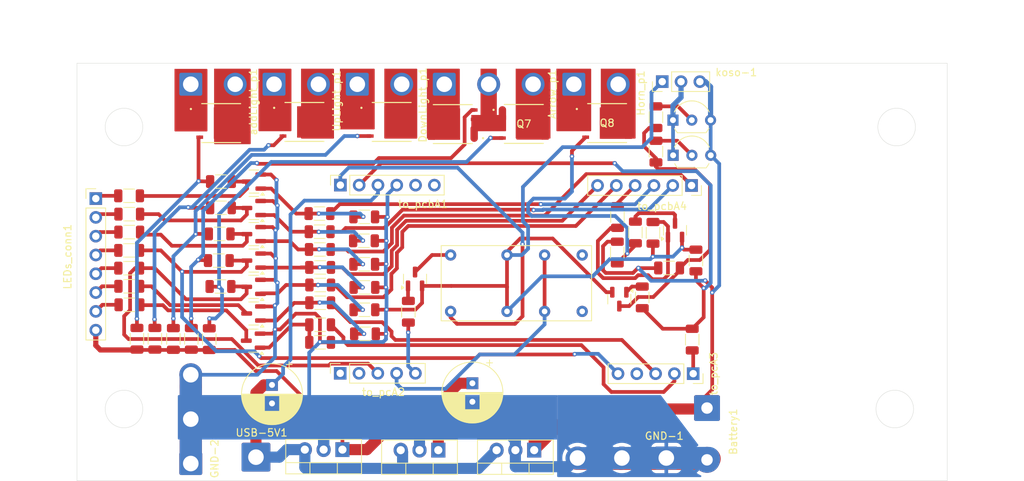
<source format=kicad_pcb>
(kicad_pcb (version 20221018) (generator pcbnew)
  (title_block (title "Motorbike Electrical System") (rev "4.0") (company "PanicoSoft") (comment 1 "Power drivers") (comment 2 "USB 5V power (3A max) provider") (comment 3 "Koso cockpit LEDs cable") (comment 4 "Koso cockpit power cable"))
  (layers (0 "F.Cu" signal) (31 "B.Cu" signal) (34 "B.Paste" user) (35 "F.Paste" user) (36 "B.SilkS" user "B.Silkscreen") (37 "F.SilkS" user "F.Silkscreen") (38 "B.Mask" user) (39 "F.Mask" user) (44 "Edge.Cuts" user))
  (net 0 "")
  (net 1 "tempPower")
  (net 2 "Net-(Q3-C)")
  (net 3 "c_leftArrow")
  (net 4 "o_leftArrow")
  (net 5 "Net-(Q3-B)")
  (net 6 "Net-(Q1-C)")
  (net 7 "Net-(Q4-G)")
  (net 8 "Net-(Q2-C)")
  (net 9 "o_engineON")
  (net 10 "o_keepAlive")
  (net 11 "c_rightArrow")
  (net 12 "o_rightArrow")
  (net 13 "o_neutral")
  (net 14 "o_engineReady")
  (net 15 "o_horn")
  (net 16 "Net-(Q10-C)")
  (net 17 "Net-(Q5-G)")
  (net 18 "Net-(Q14-C)")
  (net 19 "Net-(Q10-B)")
  (net 20 "Net-(Q17-B)")
  (net 21 "Net-(Q18-B)")
  (net 22 "o_addLight")
  (net 23 "Net-(LEDs_conn1-Pin_4)")
  (net 24 "o_upLight")
  (net 25 "Net-(LEDs_conn1-Pin_5)")
  (net 26 "o_downLight")
  (net 27 "GND")
  (net 28 "+5V")
  (net 29 "Net-(LEDs_conn1-Pin_6)")
  (net 30 "+12V")
  (net 31 "Net-(LEDs_conn1-Pin_3)")
  (net 32 "Net-(Q6-G)")
  (net 33 "Net-(LEDs_conn1-Pin_7)")
  (net 34 "Net-(LEDs_conn1-Pin_2)")
  (net 35 "Net-(LEDs_conn1-Pin_1)")
  (net 36 "Net-(Q17-C)")
  (net 37 "Net-(Q12-B)")
  (net 38 "Net-(DownLight_p1-Pin_1)")
  (net 39 "Net-(DownLight_p1-Pin_2)")
  (net 40 "Net-(Horn_p1-Pin_1)")
  (net 41 "Net-(Horn_p1-Pin_2)")
  (net 42 "i_powerOFF")
  (net 43 "Net-(Arrow_p1-Pin_1)")
  (net 44 "Net-(Arrow_p1-Pin_2)")
  (net 45 "Net-(Arrow_p1-Pin_3)")
  (net 46 "c_engineOFF")
  (net 51 "c_RS232_RXD")
  (net 52 "c_RS232_TXT")
  (net 54 "Net-(Q2-B)")
  (net 55 "Net-(Q7-G)")
  (net 56 "Net-(Q8-G)")
  (net 57 "Net-(Q21-B)")
  (net 58 "Net-(Q20-B)")
  (net 59 "Net-(Q19-B)")
  (net 60 "Net-(Q15-B)")
  (net 61 "Net-(Q14-B)")
  (net 62 "Net-(Q1-B)")
  (net 63 "Net-(Q21-C)")
  (net 64 "Net-(Q20-C)")
  (net 65 "Net-(Q12-C)")
  (net 66 "Net-(Q4-S_1)")
  (net 67 "Net-(Q4-D_1)")
  (net 68 "Net-(Q11-S_1)")
  (net 69 "Net-(Q11-G)")
  (net 70 "Net-(Q11-D_1)")
  (footprint "Resistor_SMD:R_1206_3216Metric" (layer "F.Cu") (at 177.8 77.55 -90)
    (fp_text reference "RA33" hide)
    (fp_text value "3K")
  )
  (footprint "Resistor_SMD:R_1206_3216Metric" (layer "F.Cu") (at 110.1 107.4875 90)
    (fp_text reference "RA25" hide)
    (fp_text value "100K")
  )
  (footprint "Resistor_SMD:R_1206_3216Metric" (layer "F.Cu") (at 182.7 107.6 -90)
    (fp_text reference "RA43" hide)
    (fp_text value "10K")
  )
  (footprint "Connector_PinSocket_2.54mm:PinSocket_1x05_P2.54mm_Vertical" (layer "F.Cu") (at 182.833 112.206 -90)
    (fp_text reference "to_pcA3")
    (fp_text value "Conn_01x05" hide)
  )
  (footprint "Resistor_SMD:R_1206_3216Metric" (layer "F.Cu") (at 138.3875 97.425)
    (fp_text reference "RA36" hide)
    (fp_text value "100K")
  )
  (footprint "Connector_PinHeader_2.54mm:PinHeader_1x03_P2.54mm_Vertical" (layer "F.Cu") (at 178.65 72.75 90)
    (fp_text reference "koso-1")
    (fp_text value "Conn_01x03" hide)
  )
  (footprint "Package_TO_SOT_THT:TO-220-3_Vertical" (layer "F.Cu") (at 135.44 122.469 180)
    (fp_text reference "U3" hide)
    (fp_text value "L7805")
  )
  (footprint "Package_TO_SOT_SMD:SOT-23" (layer "F.Cu") (at 180.375 92.825 90)
    (fp_text reference "Q3" hide)
    (fp_text value "BC817")
  )
  (footprint "Connector_Wire:SolderWire-1.5sqmm_1x02_P6mm_D1.7mm_OD3mm" (layer "F.Cu") (at 137.45 73.1)
    (fp_text reference "DownLight_p1")
    (fp_text value "Conn_01x02" hide)
  )
  (footprint "Resistor_SMD:R_1206_3216Metric" (layer "F.Cu") (at 106.6125 88.175 180)
    (fp_text reference "RA1" hide)
    (fp_text value "0")
  )
  (footprint "Resistor_SMD:R_1206_3216Metric" (layer "F.Cu") (at 132.3625 93.025)
    (fp_text reference "RA21" hide)
    (fp_text value "5K")
  )
  (footprint "Connector_Wire:SolderWire-1.5sqmm_1x02_P6mm_D1.7mm_OD3mm" (layer "F.Cu") (at 114.95 73.1)
    (fp_text reference "addLight_p1")
    (fp_text value "Conn_01x02" hide)
  )
  (footprint "Connector_Wire:SolderWire-1.5sqmm_1x03_P6mm_D1.7mm_OD3mm" (layer "F.Cu") (at 149.2 73.1)
    (fp_text reference "Arrow_p1")
    (fp_text value "Conn_01x03" hide)
  )
  (footprint "Connector_PinSocket_2.54mm:PinSocket_1x06_P2.54mm_Vertical" (layer "F.Cu") (at 135.161 86.731 90)
    (fp_text reference "to_pcbA1")
    (fp_text value "Conn_01x06" hide)
  )
  (footprint "Resistor_SMD:R_1206_3216Metric" (layer "F.Cu") (at 106.6375 93.075 180)
    (fp_text reference "RA3" hide)
    (fp_text value "0")
  )
  (footprint "Connector_PinSocket_2.54mm:PinSocket_1x05_P2.54mm_Vertical" (layer "F.Cu") (at 135.141 112.156 90)
    (fp_text reference "to_pcA2")
    (fp_text value "Conn_01x05" hide)
  )
  (footprint "Resistor_SMD:R_1206_3216Metric" (layer "F.Cu") (at 112.6 107.5125 90)
    (fp_text reference "RA26" hide)
    (fp_text value "100K")
  )
  (footprint "Resistor_SMD:R_1206_3216Metric" (layer "F.Cu") (at 107.675 107.4875 90)
    (fp_text reference "RA24" hide)
    (fp_text value "100K")
  )
  (footprint "Capacitor_THT:CP_Radial_D8.0mm_P2.50mm" (layer "F.Cu") (at 153 113.5 -90)
    (fp_text reference "C9" hide)
    (fp_text value "C_Polarized_Small" hide)
  )
  (footprint "Resistor_SMD:R_1206_3216Metric" (layer "F.Cu") (at 132.425 107.975)
    (fp_text reference "RA40" hide)
    (fp_text value "100K")
  )
  (footprint "Resistor_SMD:R_1206_3216Metric" (layer "F.Cu") (at 177.8 82.2 -90)
    (fp_text reference "RA31" hide)
    (fp_text value "3K")
  )
  (footprint "Resistor_SMD:R_1206_3216Metric" (layer "F.Cu") (at 177.4 93.175 -90)
    (fp_text reference "RA32" hide)
    (fp_text value "100K")
  )
  (footprint "TPCA8120:SOP Advance_TOS-L" (layer "F.Cu") (at 159.95 78.465)
    (fp_text reference "Q7")
    (fp_text value "TPCA8120,L1Q")
  )
  (footprint "Resistor_SMD:R_1206_3216Metric" (layer "F.Cu") (at 132.3875 95.425)
    (fp_text reference "RA20" hide)
    (fp_text value "5K")
  )
  (footprint "Resistor_SMD:R_1206_3216Metric" (layer "F.Cu") (at 106.625 97.95 180)
    (fp_text reference "RA5" hide)
    (fp_text value "0")
  )
  (footprint "Resistor_SMD:R_1206_3216Metric" (layer "F.Cu") (at 138.35 94.25)
    (fp_text reference "RA35" hide)
    (fp_text value "100K")
  )
  (footprint "Capacitor_THT:CP_Radial_D8.0mm_P2.50mm" (layer "F.Cu") (at 125.925 113.725 -90)
    (fp_text reference "C1" hide)
    (fp_text value "C_Polarized_Small" hide)
  )
  (footprint "Resistor_SMD:R_1206_3216Metric" (layer "F.Cu") (at 132.425 105.6)
    (fp_text reference "RA16" hide)
    (fp_text value "5K")
  )
  (footprint "Resistor_SMD:R_1206_3216Metric" (layer "F.Cu") (at 172.6 91.0375 90)
    (fp_text reference "RA7" hide)
    (fp_text value "5K")
  )
  (footprint "Package_TO_SOT_THT:TO-220-3_Vertical" (layer "F.Cu") (at 161.348 122.54 180)
    (fp_text reference "U1" hide)
    (fp_text value "L7805")
  )
  (footprint "Resistor_SMD:R_1206_3216Metric" (layer "F.Cu") (at 172.575 95.8375 90)
    (fp_text reference "RA42" hide)
    (fp_text value "8K")
  )
  (footprint "Resistor_SMD:R_1206_3216Metric" (layer "F.Cu") (at 175.95 101.9 90)
    (fp_text reference "RA8" hide)
    (fp_text value "10K")
  )
  (footprint "Package_TO_SOT_THT:TO-92L_Inline_Wide" (layer "F.Cu") (at 180.12 82.7)
    (fp_text reference "Q17" hide)
    (fp_text value "BC327")
  )
  (footprint "Resistor_SMD:R_1206_3216Metric" (layer "F.Cu") (at 138.4125 103.575)
    (fp_text reference "RA38" hide)
    (fp_text value "100K")
  )
  (footprint "Connector_Wire:SolderWire-1.5sqmm_1x02_P6mm_D1.7mm_OD3mm" (layer "F.Cu") (at 166.7 73.1)
    (fp_text reference "Horn_p1")
    (fp_text value "Conn_01x02" hide)
  )
  (footprint "Connector_Wire:SolderWire-1.5sqmm_1x02_P6mm_D1.7mm_OD3mm" (layer "F.Cu") (at 126.2 73.1)
    (fp_text reference "UpLight_p1")
    (fp_text value "Conn_01x02" hide)
  )
  (footprint "TPCA8120:SOP Advance_TOS-L" (layer "F.Cu") (at 119.0544 78.35)
    (fp_text reference "Q11" hide)
    (fp_text value "TPCA8120,L1Q")
  )
  (footprint "Resistor_SMD:R_1206_3216Metric" (layer "F.Cu") (at 132.3375 90.575)
    (fp_text reference "RA22" hide)
    (fp_text value "5K")
  )
  (footprint "Resistor_SMD:R_1206_3216Metric" (layer "F.Cu") (at 117.45 107.5375 90)
    (fp_text reference "RA28" hide)
    (fp_text value "100K")
  )
  (footprint "Package_TO_SOT_SMD:SOT-23" (layer "F.Cu") (at 123.4625 93.35 180)
    (fp_text reference "Q14" hide)
    (fp_text value "BC817")
  )
  (footprint "Connector_Wire:SolderWire-1.5sqmm_1x03_P6mm_D1.7mm_OD3mm" (layer "F.Cu") (at 114.95 124.35 90)
    (fp_text reference "GND-2")
    (fp_text value "~" hide)
  )
  (footprint "Package_TO_SOT_SMD:SOT-23" (layer "F.Cu") (at 123.4375 104.075 180)
    (fp_text reference "Q20" hide)
    (fp_text value "BC817")
  )
  (footprint "Package_TO_SOT_THT:TO-92L_Inline_Wide" (layer "F.Cu") (at 180.1 77.95)
    (fp_text reference "Q18" hide)
    (fp_text value "BC327")
  )
  (footprint "Package_TO_SOT_SMD:SOT-23" (layer "F.Cu") (at 145.25 99.4125 90)
    (fp_text reference "Q12" hide)
    (fp_text value "BC817")
  )
  (footprint "Connector_Wire:SolderWire-1.5sqmm_1x03_P6mm_D1.7mm_OD3mm" (layer "F.Cu") (at 179.2 123.6 180)
    (fp_text reference "GND-1")
    (fp_text value "~" hide)
  )
  (footprint "Package_TO_SOT_SMD:SOT-23" (layer "F.Cu") (at 123.4625 96.925 180)
    (fp_text reference "Q15" hide)
    (fp_text value "BC817")
  )
  (footprint "Connector_PinSocket_2.54mm:PinSocket_1x06_P2.54mm_Vertical" (layer "F.Cu") (at 182.609 86.781 -90)
    (fp_text reference "to_pcbA4")
    (fp_text value "Conn_01x06" hide)
  )
  (footprint "HK19F:HK19F-DC12-SHG" (layer "F.Cu") (at 157.675 106.335)
    (fp_text reference "U4" hide)
    (fp_text value "HK19F-DC12-SHG")
  )
  (footprint "Connector_Wire:SolderWire-0.75sqmm_1x02_P7mm_D1.25mm_OD3.5mm" (layer "F.Cu") (at 184.7 116.85 -90)
    (fp_text reference "Battery1")
    (fp_text value "Conn_01x02" hide)
  )
  (footprint "Resistor_SMD:R_1206_3216Metric" (layer "F.Cu") (at 118.9625 100.425 180)
    (fp_text reference "RA14" hide)
    (fp_text value "8K")
  )
  (footprint "Connector_Wire:SolderWire-1.5sqmm_1x01_D1.7mm_OD3.9mm" (layer "F.Cu") (at 123.756 123.485)
    (fp_text reference "USB-5V1")
    (fp_text value "Conn_01x01" hide)
  )
  (footprint "Package_TO_SOT_SMD:SOT-23" (layer "F.Cu") (at 123.4875 86.25 180)
    (fp_text reference "Q1" hide)
    (fp_text value "BC817")
  )
  (footprint "Resistor_SMD:R_1206_3216Metric" (layer "F.Cu") (at 144.35 103.8375 -90)
    (fp_text reference "RA44" hide)
    (fp_text value "10K")
  )
  (footprint "Resistor_SMD:R_1206_3216Metric" (layer "F.Cu") (at 106.6375 100.4 180)
    (fp_text reference "RA6" hide)
    (fp_text value "0")
  )
  (footprint "Package_TO_SOT_SMD:SOT-23" (layer "F.Cu") (at 123.3875 107.75 180)
    (fp_text reference "Q21" hide)
    (fp_text value "BC817")
  )
  (footprint "Resistor_SMD:R_1206_3216Metric" (layer "F.Cu") (at 106.6625 102.9 180)
    (fp_text reference "RA9" hide)
    (fp_text value "0")
  )
  (footprint "Resistor_SMD:R_1206_3216Metric" (layer "F.Cu") (at 179.575 97.925 180)
    (fp_text reference "RA30" hide)
    (fp_text value "100K")
  )
  (footprint "TPCA8120:SOP Advance_TOS-L" (layer "F.Cu") (at 130.3044 78.195)
    (fp_text reference "Q4" hide)
    (fp_text value "TPCA8120,L1Q")
  )
  (footprint "Resistor_SMD:R_1206_3216Metric" (layer "F.Cu") (at 119.025 89.8 180)
    (fp_text reference "RA11" hide)
    (fp_text value "240")
  )
  (footprint "TPCA8120:SOP Advance_TOS-L" (layer "F.Cu") (at 171.2 78.35)
    (fp_text reference "Q8")
    (fp_text value "TPCA8120,L1Q")
  )
  (footprint "Resistor_SMD:R_1206_3216Metric" (layer "F.Cu") (at 138.4125 100.55)
    (fp_text reference "RA37" hide)
    (fp_text value "100K")
  )
  (footprint "Resistor_SMD:R_1206_3216Metric" (layer "F.Cu") (at 132.425 97.85)
    (fp_text reference "RA19" hide)
    (fp_text value "5K")
  )
  (footprint "Package_TO_SOT_SMD:SOT-23" (layer "F.Cu") (at 123.4375 100.475 180)
    (fp_text reference "Q19" hide)
    (fp_text value "BC817")
  )
  (footprint "Resistor_SMD:R_1206_3216Metric" (layer "F.Cu") (at 106.6375 90.65 180)
    (fp_text reference "RA2" hide)
    (fp_text value "0")
  )
  (footprint "Package_TO_SOT_SMD:SOT-23" (layer "F.Cu") (at 172.85 102.1375 -90)
    (fp_text reference "Q10" hide)
    (fp_text value "BC817")
  )
  (footprint "Resistor_SMD:R_1206_3216Metric" (layer "F.Cu") (at 115.025 107.5 90)
    (fp_text reference "RA27" hide)
    (fp_text value "100K")
  )
  (footprint "TPCA8120:SOP Advance_TOS-L" (layer "F.Cu") (at 142.0956 78.195)
    (fp_text reference "Q5" hide)
    (fp_text value "TPCA8120,L1Q")
  )
  (footprint "Package_TO_SOT_THT:TO-220-3_Vertical" (layer "F.Cu") (at 148.394 122.54 180)
    (fp_text reference "U2" hide)
    (fp_text value "L7805")
  )
  (footprint "Resistor_SMD:R_1206_3216Metric" (layer "F.Cu") (at 132.4375 102.625)
    (fp_text reference "RA17" hide)
    (fp_text value "5K")
  )
  (footprint "Resistor_SMD:R_1206_3216Metric" (layer "F.Cu") (at 118.85 93.325 180)
    (fp_text reference "RA12" hide)
    (fp_text value "240")
  )
  (footprint "Resistor_SMD:R_1206_3216Metric" (layer "F.Cu") (at 132.4375 100.225)
    (fp_text reference "RA18" hide)
    (fp_text value "5K")
  )
  (footprint "Resistor_SMD:R_1206_3216Metric" (layer "F.Cu") (at 106.625 95.55 180)
    (fp_text reference "RA4" hide)
    (fp_text value "0")
  )
  (footprint "Package_TO_SOT_SMD:SOT-23" (layer "F.Cu") (at 123.4625 89.825 180)
    (fp_text reference "Q2" hide)
    (fp_text value "BC817")
  )
  (footprint "Resistor_SMD:R_1206_3216Metric" (layer "F.Cu") (at 138.3875 91.025)
    (fp_text reference "RA34" hide)
    (fp_text value "100K")
  )
  (footprint "Resistor_SMD:R_1206_3216Metric" (layer "F.Cu") (at 118.7375 96.925 180)
    (fp_text reference "RA13" hide)
    (fp_text value "8K")
  )
  (footprint "Resistor_SMD:R_1206_3216Metric" (layer "F.Cu") (at 119.025 86.25 180)
    (fp_text reference "RA10" hide)
    (fp_text value "240")
  )
  (footprint "Resistor_SMD:R_1206_3216Metric" (layer "F.Cu") (at 138.4875 106.825)
    (fp_text reference "RA39" hide)
    (fp_text value "100K")
  )
  (footprint "Resistor_SMD:R_1206_3216Metric" (layer "F.Cu") (at 183.2 96.9125 90)
    (fp_text reference "RA41" hide)
    (fp_text value "100K")
  )
  (footprint "Connector_PinHeader_2.54mm:PinHeader_1x08_P2.54mm_Vertical" (layer "F.Cu") (at 102.116 88.549)
    (fp_text reference "LEDs_conn1")
    (fp_text value "Conn_01x08" hide)
  )
  (footprint "Resistor_SMD:R_1206_3216Metric" (layer "F.Cu") (at 175.025 93.125 90)
    (fp_text reference "RA15" hide)
    (fp_text value "8K")
  )
  (footprint "TPCA8120:SOP Advance_TOS-L" (layer "F.Cu") (at 150.3456 78.485 180)
    (fp_text reference "Q6" hide)
    (fp_text value "TPCA8120,L1Q")
  )
  (gr_rect (start 154.2 71.1) (end 156.2 78.6) (stroke (width 0.2)) (fill solid) (layer "F.Cu"))
  (gr_rect (start 164.45 71.1) (end 168.95 79.35) (stroke (width 0.2)) (fill solid) (layer "F.Cu"))
  (gr_rect (start 158.95 71.1) (end 163.45 80.35) (stroke (width 0.2)) (fill solid) (layer "F.Cu"))
  (gr_rect (start 135.2 71.1) (end 139.7 79.1) (stroke (width 0.2)) (fill solid) (layer "F.Cu"))
  (gr_rect (start 118.2 71.1) (end 122.95 81.1) (stroke (width 0.2)) (fill solid) (layer "F.Cu"))
  (gr_rect (start 129.95 71.1) (end 134.2 80.35) (stroke (width 0.2)) (fill solid) (layer "F.Cu"))
  (gr_rect (start 141.2 71.1) (end 145.45 80.35) (stroke (width 0.2)) (fill solid) (layer "F.Cu"))
  (gr_rect (start 146.95 71.1) (end 151.2 80.35) (stroke (width 0.2)) (fill solid) (layer "F.Cu"))
  (gr_rect (start 112.85 71.125) (end 117.1 79.375) (stroke (width 0.2)) (fill solid) (layer "F.Cu"))
  (gr_rect (start 152.95 77.35) (end 157.45 79.35) (stroke (width 0.2)) (fill solid) (layer "F.Cu"))
  (gr_rect (start 170.45 71.1) (end 174.95 80.35) (stroke (width 0.2)) (fill solid) (layer "F.Cu"))
  (gr_rect (start 124.2 71.1) (end 128.45 79.35) (stroke (width 0.2)) (fill solid) (layer "F.Cu"))
  (gr_circle (center 105.926 78.882) (end 108.466 78.871435) (stroke (width 0.05)) (fill none) (layer "Edge.Cuts"))
  (gr_circle (center 210.066 116.982067) (end 212.606 116.971502) (stroke (width 0.05)) (fill none) (layer "Edge.Cuts"))
  (gr_circle (center 210.319866 78.882) (end 212.859866 78.871435) (stroke (width 0.05)) (fill none) (layer "Edge.Cuts"))
  (gr_circle (center 105.926 116.982) (end 108.466 116.971435) (stroke (width 0.05)) (fill none) (layer "Edge.Cuts"))
  (gr_rect (start 99.576 70.255) (end 217.152 126.68) (stroke (width 0.05)) (fill none) (layer "Edge.Cuts"))
  (segment (start 159.775 104.45) (end 158.75 105.475) (width 0.5) (layer "F.Cu") (net 1))
  (segment (start 150.925 105.475) (end 150.055 104.605) (width 0.5) (layer "F.Cu") (net 1))
  (segment (start 159.775 94.7) (end 159.775 104.45) (width 0.5) (layer "F.Cu") (net 1))
  (segment (start 158.75 105.475) (end 150.925 105.475) (width 0.5) (layer "F.Cu") (net 1))
  (segment (start 150.055 104.605) (end 150.055 103.795) (width 0.5) (layer "F.Cu") (net 1))
  (via (at 159.775 94.7) (size 0.6) (drill 0.3) (layers "F.Cu" "B.Cu") (net 1))
  (segment (start 151 84.375) (end 136.275 84.375) (width 0.5) (layer "B.Cu") (net 1))
  (segment (start 136.275 84.375) (end 135.161 85.489) (width 0.5) (layer "B.Cu") (net 1))
  (segment (start 159.775 93.15) (end 151 84.375) (width 0.5) (layer "B.Cu") (net 1))
  (segment (start 135.161 85.489) (end 135.161 86.731) (width 0.5) (layer "B.Cu") (net 1))
  (segment (start 159.775 94.7) (end 159.775 93.15) (width 0.5) (layer "B.Cu") (net 1))
  (segment (start 180.15 90.525) (end 180.375 90.75) (width 0.5) (layer "F.Cu") (net 2))
  (segment (start 175.475 90.525) (end 180.15 90.525) (width 0.5) (layer "F.Cu") (net 2))
  (segment (start 175.025 90.975) (end 175.475 90.525) (width 0.5) (layer "F.Cu") (net 2))
  (segment (start 175.025 91.6625) (end 175.025 90.975) (width 0.5) (layer "F.Cu") (net 2))
  (segment (start 180.375 90.75) (end 180.375 91.8875) (width 0.5) (layer "F.Cu") (net 2))
  (segment (start 153.506129 110.1) (end 153.993629 109.6125) (width 0.5) (layer "F.Cu") (net 3))
  (segment (start 120.2 96.925) (end 122.525 96.925) (width 0.5) (layer "F.Cu") (net 3))
  (segment (start 108.0875 95.55) (end 110.9 95.55) (width 0.5) (layer "F.Cu") (net 3))
  (segment (start 124.45 110.1) (end 153.506129 110.1) (width 0.5) (layer "F.Cu") (net 3))
  (segment (start 110.9 95.55) (end 113.775 98.425) (width 0.5) (layer "F.Cu") (net 3))
  (segment (start 113.8 98.45) (end 121.775 98.45) (width 0.5) (layer "F.Cu") (net 3))
  (segment (start 124.2 109.85) (end 124.45 110.1) (width 0.5) (layer "F.Cu") (net 3))
  (segment (start 121.775 98.45) (end 122.525 97.7) (width 0.5) (layer "F.Cu") (net 3))
  (segment (start 122.525 97.7) (end 122.525 96.925) (width 0.5) (layer "F.Cu") (net 3))
  (segment (start 153.993629 109.6125) (end 166.775 109.6125) (width 0.5) (layer "F.Cu") (net 3))
  (segment (start 166.775 109.6125) (end 166.825 109.5625) (width 0.5) (layer "F.Cu") (net 3))
  (segment (start 113.775 98.425) (end 113.8 98.45) (width 0.5) (layer "F.Cu") (net 3))
  (via (at 113.775 98.425) (size 0.6) (drill 0.3) (layers "F.Cu" "B.Cu") (net 3))
  (via (at 166.825 109.5625) (size 0.6) (drill 0.3) (layers "F.Cu" "B.Cu") (net 3))
  (via (at 124.2 109.85) (size 0.6) (drill 0.3) (layers "F.Cu" "B.Cu") (net 3))
  (segment (start 123.525 109.175) (end 118.389339 109.175) (width 0.5) (layer "B.Cu") (net 3))
  (segment (start 113.775 104.560661) (end 113.775 98.425) (width 0.5) (layer "B.Cu") (net 3))
  (segment (start 118.389339 109.175) (end 113.775 104.560661) (width 0.5) (layer "B.Cu") (net 3))
  (segment (start 166.8625 109.525) (end 169.992 109.525) (width 0.5) (layer "B.Cu") (net 3))
  (segment (start 166.825 109.5625) (end 166.8625 109.525) (width 0.5) (layer "B.Cu") (net 3))
  (segment (start 169.992 109.525) (end 172.673 112.206) (width 0.5) (layer "B.Cu") (net 3))
  (segment (start 124.2 109.85) (end 123.525 109.175) (width 0.5) (layer "B.Cu") (net 3))
  (segment (start 142.825 92.765561) (end 144.040561 91.55) (width 0.5) (layer "F.Cu") (net 4))
  (segment (start 142.1 95.575611) (end 142.825 94.85061) (width 0.5) (layer "F.Cu") (net 4))
  (segment (start 142.825 94.85061) (end 142.825 92.765561) (width 0.5) (layer "F.Cu") (net 4))
  (segment (start 133.8875 97.85) (end 135.415622 97.85) (width 0.5) (layer "F.Cu") (net 4))
  (segment (start 165.14 91.55) (end 169.909 86.781) (width 0.5) (layer "F.Cu") (net 4))
  (segment (start 144.040561 91.55) (end 165.14 91.55) (width 0.5) (layer "F.Cu") (net 4))
  (segment (start 141.035661 98.75) (end 142.1 97.685661) (width 0.5) (layer "F.Cu") (net 4))
  (segment (start 136.315622 98.75) (end 141.035661 98.75) (width 0.5) (layer "F.Cu") (net 4))
  (segment (start 135.415622 97.85) (end 136.315622 98.75) (width 0.5) (layer "F.Cu") (net 4))
  (segment (start 142.1 97.685661) (end 142.1 95.575611) (width 0.5) (layer "F.Cu") (net 4))
  (segment (start 178.849999 99.45) (end 179.425 98.874999) (width 0.5) (layer "F.Cu") (net 5))
  (segment (start 176.75 98.9) (end 177.3 99.45) (width 0.5) (layer "F.Cu") (net 5))
  (segment (start 172.6 92.5) (end 171.725 92.5) (width 0.5) (layer "F.Cu") (net 5))
  (segment (start 174.989949 99.3) (end 175.389949 98.9) (width 0.5) (layer "F.Cu") (net 5))
  (segment (start 171.725 92.5) (end 169.95 94.275) (width 0.5) (layer "F.Cu") (net 5))
  (segment (start 179.425 92.3) (end 179.425 93.7625) (width 0.5) (layer "F.Cu") (net 5))
  (segment (start 178.8375 91.7125) (end 179.425 92.3) (width 0.5) (layer "F.Cu") (net 5))
  (segment (start 177.4 91.7125) (end 178.8375 91.7125) (width 0.5) (layer "F.Cu") (net 5))
  (segment (start 170.675 99.3) (end 174.989949 99.3) (width 0.5) (layer "F.Cu") (net 5))
  (segment (start 169.95 94.275) (end 169.95 98.575) (width 0.5) (layer "F.Cu") (net 5))
  (segment (start 179.425 98.874999) (end 179.425 93.7625) (width 0.5) (layer "F.Cu") (net 5))
  (segment (start 175.389949 98.9) (end 176.75 98.9) (width 0.5) (layer "F.Cu") (net 5))
  (segment (start 169.95 98.575) (end 170.675 99.3) (width 0.5) (layer "F.Cu") (net 5))
  (segment (start 177.3 99.45) (end 178.849999 99.45) (width 0.5) (layer "F.Cu") (net 5))
  (segment (start 120.4875 86.25) (end 122.55 86.25) (width 0.5) (layer "F.Cu") (net 6))
  (segment (start 121.55 88.2) (end 122.55 87.2) (width 0.5) (layer "F.Cu") (net 6))
  (segment (start 108.1 88.2) (end 121.55 88.2) (width 0.5) (layer "F.Cu") (net 6))
  (segment (start 108.075 88.175) (end 108.1 88.2) (width 0.5) (layer "F.Cu") (net 6))
  (segment (start 122.55 87.2) (end 122.55 86.25) (width 0.5) (layer "F.Cu") (net 6))
  (segment (start 125.45 81.35) (end 126.1588 81.35) (width 0.5) (layer "F.Cu") (net 7))
  (segment (start 110.05 104.85) (end 110.1 104.95) (width 0.5) (layer "F.Cu") (net 7))
  (segment (start 110.1 106.025) (end 110.05 104.85) (width 0.5) (layer "F.Cu") (net 7))
  (segment (start 126.1588 81.35) (end 127.4088 80.1) (width 0.5) (layer "F.Cu") (net 7))
  (segment (start 114.675 89.8) (end 117.5625 89.8) (width 0.5) (layer "F.Cu") (net 7))
  (segment (start 114.6 89.725) (end 114.675 89.8) (width 0.5) (layer "F.Cu") (net 7))
  (via (at 125.45 81.35) (size 0.6) (drill 0.3) (layers "F.Cu" "B.Cu") (net 7))
  (via (at 114.6 89.725) (size 0.6) (drill 0.3) (layers "F.Cu" "B.Cu") (net 7))
  (via (at 110.05 104.85) (size 0.6) (drill 0.3) (layers "F.Cu" "B.Cu") (net 7))
  (segment (start 114.6 89.725) (end 115.125 89.725) (width 0.5) (layer "B.Cu") (net 7))
  (segment (start 114.6 89.725) (end 113.46495 89.725) (width 0.5) (layer "B.Cu") (net 7))
  (segment (start 115.125 89.725) (end 122.9 81.95) (width 0.5) (layer "B.Cu") (net 7))
  (segment (start 113.46495 89.725) (end 110.05 93.13995) (width 0.5) (layer "B.Cu") (net 7))
  (segment (start 110.05 93.13995) (end 110.05 104.85) (width 0.5) (layer "B.Cu") (net 7))
  (segment (start 124.85 81.95) (end 125.45 81.35) (width 0.5) (layer "B.Cu") (net 7))
  (segment (start 122.9 81.95) (end 124.85 81.95) (width 0.5) (layer "B.Cu") (net 7))
  (segment (start 121.725 91.5) (end 111.45 91.5) (width 0.5) (layer "F.Cu") (net 8))
  (segment (start 122.525 90.7) (end 121.725 91.5) (width 0.5) (layer "F.Cu") (net 8))
  (segment (start 111.45 91.5) (end 110.6 90.65) (width 0.5) (layer "F.Cu") (net 8))
  (segment (start 122.525 89.825) (end 122.525 90.7) (width 0.5) (layer "F.Cu") (net 8))
  (segment (start 110.6 90.65) (end 108.1 90.65) (width 0.5) (layer "F.Cu") (net 8))
  (segment (start 120.4875 89.8) (end 122.5 89.8) (width 0.5) (layer "F.Cu") (net 8))
  (segment (start 122.5 89.8) (end 122.525 89.825) (width 0.5) (layer "F.Cu") (net 8))
  (segment (start 144.325 106.65) (end 144.35 106.675) (width 0.5) (layer "F.Cu") (net 9))
  (segment (start 144.35 105.3) (end 144.325 106.65) (width 0.5) (layer "F.Cu") (net 9))
  (via (at 144.325 106.65) (size 0.6) (drill 0.3) (layers "F.Cu" "B.Cu") (net 9))
  (segment (start 144.325 111.18) (end 145.301 112.156) (width 0.5) (layer "B.Cu") (net 9))
  (segment (start 144.325 106.65) (end 144.325 111.18) (width 0.5) (layer "B.Cu") (net 9))
  (segment (start 182.833 109.1955) (end 182.833 112.206) (width 0.5) (layer "F.Cu") (net 10))
  (segment (start 182.7 109.0625) (end 182.833 109.1955) (width 0.5) (layer "F.Cu") (net 10))
  (segment (start 108.0875 97.95) (end 107.425 97.95) (width 0.5) (layer "F.Cu") (net 11))
  (segment (start 122.45 100.425) (end 122.5 100.475) (width 0.5) (layer "F.Cu") (net 11))
  (segment (start 133.841 110.856) (end 138.921 110.856) (width 0.5) (layer "F.Cu") (net 11))
  (segment (start 124.075 111.1) (end 133.597 111.1) (width 0.5) (layer "F.Cu") (net 11))
  (segment (start 121.725 102.15) (end 114.3 102.15) (width 0.5) (layer "F.Cu") (net 11))
  (segment (start 120.5 107.525) (end 124.075 111.1) (width 0.5) (layer "F.Cu") (net 11))
  (segment (start 122.5 100.475) (end 122.5 101.375) (width 0.5) (layer "F.Cu") (net 11))
  (segment (start 110.1 97.95) (end 108.0875 97.95) (width 0.5) (layer "F.Cu") (net 11))
  (segment (start 105.95 104.425) (end 105.95 106.925) (width 0.5) (layer "F.Cu") (net 11))
  (segment (start 105.95 106.925) (end 106.55 107.525) (width 0.5) (layer "F.Cu") (net 11))
  (segment (start 106.75 98.625) (end 106.75 103.625) (width 0.5) (layer "F.Cu") (net 11))
  (segment (start 106.55 107.525) (end 120.5 107.525) (width 0.5) (layer "F.Cu") (net 11))
  (segment (start 120.425 100.425) (end 122.45 100.425) (width 0.5) (layer "F.Cu") (net 11))
  (segment (start 138.921 110.856) (end 140.221 112.156) (width 0.5) (layer "F.Cu") (net 11))
  (segment (start 122.5 101.375) (end 121.725 102.15) (width 0.5) (layer "F.Cu") (net 11))
  (segment (start 114.3 102.15) (end 110.1 97.95) (width 0.5) (layer "F.Cu") (net 11))
  (segment (start 106.75 103.625) (end 105.95 104.425) (width 0.5) (layer "F.Cu") (net 11))
  (segment (start 133.597 111.1) (end 133.841 110.856) (width 0.5) (layer "F.Cu") (net 11))
  (segment (start 107.425 97.95) (end 106.75 98.625) (width 0.5) (layer "F.Cu") (net 11))
  (segment (start 142.8 95.86556) (end 143.525 95.140559) (width 0.5) (layer "F.Cu") (net 12))
  (segment (start 144.330511 92.25) (end 166.98 92.25) (width 0.5) (layer "F.Cu") (net 12))
  (segment (start 143.525 95.140559) (end 143.525 93.055511) (width 0.5) (layer "F.Cu") (net 12))
  (segment (start 136.0625 101.875) (end 141.010661 101.875) (width 0.5) (layer "F.Cu") (net 12))
  (segment (start 142.05 98.725611) (end 142.8 97.97561) (width 0.5) (layer "F.Cu") (net 12))
  (segment (start 143.525 93.055511) (end 144.330511 92.25) (width 0.5) (layer "F.Cu") (net 12))
  (segment (start 142.8 97.97561) (end 142.8 95.86556) (width 0.5) (layer "F.Cu") (net 12))
  (segment (start 142.05 100.835661) (end 142.05 98.725611) (width 0.5) (layer "F.Cu") (net 12))
  (segment (start 134.4375 100.25) (end 136.0625 101.875) (width 0.5) (layer "F.Cu") (net 12))
  (segment (start 141.010661 101.875) (end 142.05 100.835661) (width 0.5) (layer "F.Cu") (net 12))
  (segment (start 166.98 92.25) (end 172.449 86.781) (width 0.5) (layer "F.Cu") (net 12))
  (segment (start 173.197 107.65) (end 177.753 112.206) (width 0.5) (layer "F.Cu") (net 13))
  (segment (start 142.075 106.514339) (end 142.075 107.135661) (width 0.5) (layer "F.Cu") (net 13))
  (segment (start 142.075 107.135661) (end 142.589339 107.65) (width 0.5) (layer "F.Cu") (net 13))
  (segment (start 133.9 102.625) (end 136.525 105.25) (width 0.5) (layer "F.Cu") (net 13))
  (segment (start 142.589339 107.65) (end 173.197 107.65) (width 0.5) (layer "F.Cu") (net 13))
  (segment (start 140.810661 105.25) (end 142.075 106.514339) (width 0.5) (layer "F.Cu") (net 13))
  (segment (start 136.525 105.25) (end 140.810661 105.25) (width 0.5) (layer "F.Cu") (net 13))
  (segment (start 180.293 113.232) (end 180.293 112.206) (width 0.5) (layer "F.Cu") (net 14))
  (segment (start 170.725 113.625) (end 171.775 114.675) (width 0.5) (layer "F.Cu") (net 14))
  (segment (start 135.575 107.75) (end 136.175 108.35) (width 0.5) (layer "F.Cu") (net 14))
  (segment (start 135.575 107.2875) (end 135.575 107.75) (width 0.5) (layer "F.Cu") (net 14))
  (segment (start 170.725 111.35) (end 170.725 113.625) (width 0.5) (layer "F.Cu") (net 14))
  (segment (start 136.175 108.35) (end 167.725 108.35) (width 0.5) (layer "F.Cu") (net 14))
  (segment (start 171.775 114.675) (end 178.85 114.675) (width 0.5) (layer "F.Cu") (net 14))
  (segment (start 167.725 108.35) (end 170.725 111.35) (width 0.5) (layer "F.Cu") (net 14))
  (segment (start 178.85 114.675) (end 180.293 113.232) (width 0.5) (layer "F.Cu") (net 14))
  (segment (start 133.8875 105.6) (end 135.575 107.2875) (width 0.5) (layer "F.Cu") (net 14))
  (segment (start 172.6 89.575) (end 172.6 89.17) (width 0.5) (layer "F.Cu") (net 15))
  (segment (start 172.6 89.17) (end 174.989 86.781) (width 0.5) (layer "F.Cu") (net 15))
  (segment (start 185.1 95.484378) (end 185.1 86.65) (width 0.5) (layer "F.Cu") (net 16))
  (segment (start 176.8875 79.0125) (end 177.8 79.0125) (width 0.5) (layer "F.Cu") (net 16))
  (segment (start 176.2 79.7) (end 176.8875 79.0125) (width 0.5) (layer "F.Cu") (net 16))
  (segment (start 177.8 84.25) (end 177.8 83.6625) (width 0.5) (layer "F.Cu") (net 16))
  (segment (start 175.4 101.85) (end 177.439949 101.85) (width 0.5) (layer "F.Cu") (net 16))
  (segment (start 182.1125 96.85) (end 183.734378 96.85) (width 0.5) (layer "F.Cu") (net 16))
  (segment (start 181.0375 97.925) (end 182.1125 96.85) (width 0.5) (layer "F.Cu") (net 16))
  (segment (start 172.85 103.075) (end 174.175 103.075) (width 0.5) (layer "F.Cu") (net 16))
  (segment (start 183.734378 96.85) (end 185.1 95.484378) (width 0.5) (layer "F.Cu") (net 16))
  (segment (start 181.0375 98.252449) (end 181.0375 97.925) (width 0.5) (layer "F.Cu") (net 16))
  (segment (start 177.8 83.1) (end 176.2 81.5) (width 0.5) (layer "F.Cu") (net 16))
  (segment (start 177.8 83.6625) (end 177.8 83.1) (width 0.5) (layer "F.Cu") (net 16))
  (segment (start 183 84.55) (end 178.1 84.55) (width 0.5) (layer "F.Cu") (net 16))
  (segment (start 174.175 103.075) (end 175.4 101.85) (width 0.5) (layer "F.Cu") (net 16))
  (segment (start 185.1 86.65) (end 183 84.55) (width 0.5) (layer "F.Cu") (net 16))
  (segment (start 178.1 84.55) (end 177.8 84.25) (width 0.5) (layer "F.Cu") (net 16))
  (segment (start 177.439949 101.85) (end 181.0375 98.252449) (width 0.5) (layer "F.Cu") (net 16))
  (segment (start 176.2 81.5) (end 176.2 79.7) (width 0.5) (layer "F.Cu") (net 16))
  (segment (start 115.6 93.35) (end 115.6 93.425) (width 0.5) (layer "F.Cu") (net 17))
  (segment (start 117.3875 93.325) (end 115.7 93.325) (width 0.5) (layer "F.Cu") (net 17))
  (segment (start 112.6 106.05) (end 112.6 104.75) (width 0.5) (layer "F.Cu") (net 17))
  (segment (start 115.675 93.35) (end 115.6 93.35) (width 0.5) (layer "F.Cu") (net 17))
  (segment (start 112.6 104.75) (end 112.6 104.875) (width 0.5) (layer "F.Cu") (net 17))
  (segment (start 115.7 93.325) (end 115.675 93.35) (width 0.5) (layer "F.Cu") (net 17))
  (segment (start 115.6 93.425) (end 115.675 93.35) (width 0.5) (layer "F.Cu") (net 17))
  (segment (start 137.45 80.1) (end 139.2 80.1) (width 0.5) (layer "F.Cu") (net 17))
  (via (at 112.6 104.75) (size 0.6) (drill 0.3) (layers "F.Cu" "B.Cu") (net 17))
  (via (at 115.6 93.35) (size 0.6) (drill 0.3) (layers "F.Cu" "B.Cu") (net 17))
  (via (at 137.45 80.1) (size 0.6) (drill 0.3) (layers "F.Cu" "B.Cu") (net 17))
  (segment (start 137.45 80.1) (end 135.7 80.1) (width 0.5) (layer "B.Cu") (net 17))
  (segment (start 112.6 104.75) (end 112.6 96.35) (width 0.5) (layer "B.Cu") (net 17))
  (segment (start 115.6 90.23995) (end 115.6 93.35) (width 0.5) (layer "B.Cu") (net 17))
  (segment (start 123.18995 82.65) (end 115.6 90.23995) (width 0.5) (layer "B.Cu") (net 17))
  (segment (start 135.7 80.1) (end 133.15 82.65) (width 0.5) (layer "B.Cu") (net 17))
  (segment (start 112.6 96.35) (end 115.6 93.35) (width 0.5) (layer "B.Cu") (net 17))
  (segment (start 133.15 82.65) (end 123.18995 82.65) (width 0.5) (layer "B.Cu") (net 17))
  (segment (start 112.4 94.925) (end 110.9 93.425) (width 0.5) (layer "F.Cu") (net 18))
  (segment (start 120.3125 93.325) (end 122.5 93.325) (width 0.5) (layer "F.Cu") (net 18))
  (segment (start 121.975 94.925) (end 112.4 94.925) (width 0.5) (layer "F.Cu") (net 18))
  (segment (start 122.5 93.325) (end 122.525 93.35) (width 0.5) (layer "F.Cu") (net 18))
  (segment (start 122.525 93.35) (end 122.525 94.375) (width 0.5) (layer "F.Cu") (net 18))
  (segment (start 110.9 93.425) (end 108.45 93.425) (width 0.5) (layer "F.Cu") (net 18))
  (segment (start 122.525 94.375) (end 121.975 94.925) (width 0.5) (layer "F.Cu") (net 18))
  (segment (start 108.45 93.425) (end 108.1 93.075) (width 0.5) (layer "F.Cu") (net 18))
  (segment (start 174.5625 100.4375) (end 175.95 100.4375) (width 0.5) (layer "F.Cu") (net 19))
  (segment (start 173.8 101.2) (end 174.5625 100.4375) (width 0.5) (layer "F.Cu") (net 19))
  (segment (start 180.6975 80.7375) (end 182.66 82.7) (width 0.5) (layer "F.Cu") (net 20))
  (segment (start 177.8 80.7375) (end 180.6975 80.7375) (width 0.5) (layer "F.Cu") (net 20))
  (segment (start 177.8 76.0875) (end 180.7775 76.0875) (width 0.5) (layer "F.Cu") (net 21))
  (segment (start 180.7775 76.0875) (end 182.64 77.95) (width 0.5) (layer "F.Cu") (net 21))
  (segment (start 135.1 89.275) (end 133.8 90.575) (width 0.5) (layer "F.Cu") (net 22))
  (segment (start 162.25 89.3) (end 135.125 89.3) (width 0.5) (layer "F.Cu") (net 22))
  (segment (start 135.125 89.3) (end 135.1 89.275) (width 0.5) (layer "F.Cu") (net 22))
  (via (at 162.25 89.3) (size 0.6) (drill 0.3) (layers "F.Cu" "B.Cu") (net 22))
  (segment (start 162.25 89.3) (end 162.275 89.325) (width 0.5) (layer "B.Cu") (net 22))
  (segment (start 174.985 89.325) (end 177.529 86.781) (width 0.5) (layer "B.Cu") (net 22))
  (segment (start 162.275 89.325) (end 174.985 89.325) (width 0.5) (layer "B.Cu") (net 22))
  (segment (start 102.735 95.55) (end 102.116 96.169) (width 0.5) (layer "F.Cu") (net 23))
  (segment (start 105.1625 95.55) (end 102.735 95.55) (width 0.5) (layer "F.Cu") (net 23))
  (segment (start 135.875 92.525) (end 135.375 93.025) (width 0.5) (layer "F.Cu") (net 24))
  (segment (start 135.375 93.025) (end 133.825 93.025) (width 0.5) (layer "F.Cu") (net 24))
  (segment (start 143.560661 90.05) (end 141.085661 92.525) (width 0.5) (layer "F.Cu") (net 24))
  (segment (start 161.275 90.1) (end 161.225 90.05) (width 0.5) (layer "F.Cu") (net 24))
  (segment (start 161.225 90.05) (end 143.560661 90.05) (width 0.5) (layer "F.Cu") (net 24))
  (segment (start 141.085661 92.525) (end 135.875 92.525) (width 0.5) (layer "F.Cu") (net 24))
  (via (at 161.275 90.1) (size 0.6) (drill 0.3) (layers "F.Cu" "B.Cu") (net 24))
  (segment (start 162.510661 90.1) (end 162.585661 90.025) (width 0.5) (layer "B.Cu") (net 24))
  (segment (start 162.585661 90.025) (end 176.825 90.025) (width 0.5) (layer "B.Cu") (net 24))
  (segment (start 161.275 90.1) (end 162.510661 90.1) (width 0.5) (layer "B.Cu") (net 24))
  (segment (start 176.825 90.025) (end 180.069 86.781) (width 0.5) (layer "B.Cu") (net 24))
  (segment (start 102.875 97.95) (end 102.116 98.709) (width 0.5) (layer "F.Cu") (net 25))
  (segment (start 105.1625 97.95) (end 102.875 97.95) (width 0.5) (layer "F.Cu") (net 25))
  (segment (start 136.26495 95.7) (end 140.985661 95.7) (width 0.5) (layer "F.Cu") (net 26))
  (segment (start 133.85 95.425) (end 135.98995 95.425) (width 0.5) (layer "F.Cu") (net 26))
  (segment (start 162.775 90.85) (end 168.375 85.25) (width 0.5) (layer "F.Cu") (net 26))
  (segment (start 142.125 92.475611) (end 143.750611 90.85) (width 0.5) (layer "F.Cu") (net 26))
  (segment (start 143.750611 90.85) (end 162.775 90.85) (width 0.5) (layer "F.Cu") (net 26))
  (segment (start 140.985661 95.7) (end 142.125 94.560661) (width 0.5) (layer "F.Cu") (net 26))
  (segment (start 181.078 85.25) (end 182.609 86.781) (width 0.5) (layer "F.Cu") (net 26))
  (segment (start 168.375 85.25) (end 181.078 85.25) (width 0.5) (layer "F.Cu") (net 26))
  (segment (start 135.98995 95.425) (end 136.26495 95.7) (width 0.5) (layer "F.Cu") (net 26))
  (segment (start 142.125 94.560661) (end 142.125 92.475611) (width 0.5) (layer "F.Cu") (net 26))
  (segment (start 125.775 85.3) (end 126.525 86.05) (width 0.5) (layer "F.Cu") (net 27))
  (segment (start 126.65 89.475) (end 126.7 89.525) (width 0.5) (layer "F.Cu") (net 27))
  (segment (start 139.95 106.825) (end 141.325 106.825) (width 0.5) (layer "F.Cu") (net 27))
  (segment (start 126.2 103.125) (end 126.325 103) (width 0.5) (layer "F.Cu") (net 27))
  (segment (start 141.475 91.025) (end 141.475 91.025) (width 0.5) (layer "F.Cu") (net 27))
  (segment (start 124.4 95.975) (end 125.775 95.975) (width 0.5) (layer "F.Cu") (net 27))
  (segment (start 139.875 103.575) (end 141.4 103.55) (width 0.5) (layer "F.Cu") (net 27))
  (segment (start 141.525 91.025) (end 141.525 91.075) (width 0.5) (layer "F.Cu") (net 27))
  (segment (start 126.65 99.925) (end 126.675 99.925) (width 0.5) (layer "F.Cu") (net 27))
  (segment (start 141.475 91.025) (end 141.525 91.025) (width 0.5) (layer "F.Cu") (net 27))
  (segment (start 124.375 99.525) (end 126.275 99.525) (width 0.5) (layer "F.Cu") (net 27))
  (segment (start 173.05 123.7) (end 172.95 123.6) (width 1.5) (layer "F.Cu") (net 27))
  (segment (start 126.45 85.975) (end 126.525 86.05) (width 0.5) (layer "F.Cu") (net 27))
  (segment (start 171.1 101.2) (end 171.9 101.2) (width 0.5) (layer "F.Cu") (net 27))
  (segment (start 141.525 91.075) (end 141.525 91.075) (width 0.5) (layer "F.Cu") (net 27))
  (segment (start 132.45 107.975) (end 133.8875 107.975) (width 0.5) (layer "F.Cu") (net 27))
  (segment (start 125.775 95.975) (end 126.425 96.625) (width 0.5) (layer "F.Cu") (net 27))
  (segment (start 124.4 92.4) (end 126 92.4) (width 0.5) (layer "F.Cu") (net 27))
  (segment (start 181.325 95.175) (end 181.6 95.45) (width 0.5) (layer "F.Cu") (net 27))
  (segment (start 141.4 103.55) (end 141.375 103.575) (width 0.5) (layer "F.Cu") (net 27))
  (segment (start 124.375 103.125) (end 126.2 103.125) (width 0.5) (layer "F.Cu") (net 27))
  (segment (start 181.325 95.175) (end 181.325 95.1) (width 0.5) (layer "F.Cu") (net 27))
  (segment (start 126.425 92.825) (end 126.4 92.8) (width 0.5) (layer "F.Cu") (net 27))
  (segment (start 167.15 123.7) (end 167.075 123.625) (width 1.5) (layer "F.Cu") (net 27))
  (segment (start 141.35 97.375) (end 141.325 97.425) (width 0.5) (layer "F.Cu") (net 27))
  (segment (start 146.2 100.35) (end 146.2 102.65) (width 0.5) (layer "F.Cu") (net 27))
  (segment (start 139.8125 94.25) (end 141.375 94.25) (width 0.5) (layer "F.Cu") (net 27))
  (segment (start 173.05 123.7) (end 167.15 123.7) (width 3) (layer "F.Cu") (net 27))
  (segment (start 157.675 95.739339) (end 159.464339 93.95) (width 0.5) (layer "F.Cu") (net 27))
  (segment (start 141.275 100.55) (end 141.3 100.525) (width 0.5) (layer "F.Cu") (net 27))
  (segment (start 146.2 102.65) (end 145.3 103.55) (width 0.5) (layer "F.Cu") (net 27))
  (segment (start 132.4 104.725) (end 131.775 104.1) (width 0.5) (layer "F.Cu") (net 27))
  (segment (start 126.325 106.45) (end 126.325 106.225) (width 0.5) (layer "F.Cu") (net 27))
  (segment (start 126.675 99.925) (end 126.675 99.925) (width 0.5) (layer "F.Cu") (net 27))
  (segment (start 157.525 100.35) (end 157.675 100.5) (width 0.5) (layer "F.Cu") (net 27))
  (segment (start 125.975 106.8) (end 126.325 106.45) (width 0.5) (layer "F.Cu") (net 27))
  (segment (start 177.375 96.4) (end 177.4 96.425) (width 0.5) (layer "F.Cu") (net 27))
  (segment (start 126.525 86.05) (end 126.55 86.075) (width 0.5) (layer "F.Cu") (net 27))
  (segment (start 126.4 92.825) (end 126.425 92.825) (width 0.5) (layer "F.Cu") (net 27))
  (segment (start 139.85 91.025) (end 141.475 91.025) (width 0.5) (layer "F.Cu") (net 27))
  (segment (start 157.675 96.175) (end 157.675 95.739339) (width 0.5) (layer "F.Cu") (net 27))
  (segment (start 177.4 94.6375) (end 177.375 96.4) (width 0.5) (layer "F.Cu") (net 27))
  (segment (start 157.675 100.5) (end 157.675 103.795) (width 0.5) (layer "F.Cu") (net 27))
  (segment (start 132.4 107.925) (end 132.4 104.725) (width 0.5) (layer "F.Cu") (net 27))
  (segment (start 126.425 96.625) (end 126.4 96.6) (width 0.5) (layer "F.Cu") (net 27))
  (segment (start 127.01005 106.225) (end 126.325 106.225) (width 0.5) (layer "F.Cu") (net 27))
  (segment (start 177.4 96.425) (end 177.425 96.45) (width 0.5) (layer "F.Cu") (net 27))
  (segment (start 126.65 99.9) (end 126.65 99.925) (width 0.5) (layer "F.Cu") (net 27))
  (segment (start 181.325 93.7625) (end 181.325 95.175) (width 0.5) (layer "F.Cu") (net 27))
  (segment (start 150.15 100.35) (end 157.525 100.35) (width 0.5) (layer "F.Cu") (net 27))
  (segment (start 126.05 88.875) (end 126.65 89.475) (width 0.5) (layer "F.Cu") (net 27))
  (segment (start 124.4 88.875) (end 126.05 88.875) (width 0.5) (layer "F.Cu") (net 27))
  (segment (start 157.675 96.175) (end 157.675 100.5) (width 0.5) (layer "F.Cu") (net 27))
  (segment (start 131.775 104.1) (end 129.13505 104.1) (width 0.5) (layer "F.Cu") (net 27))
  (segment (start 124.425 85.3) (end 125.775 85.3) (width 0.5) (layer "F.Cu") (net 27))
  (segment (start 139.85 97.425) (end 141.35 97.375) (width 0.5) (layer "F.Cu") (net 27))
  (segment (start 129.13505 104.1) (end 127.01005 106.225) (width 0.5) (layer "F.Cu") (net 27))
  (segment (start 146.2 100.35) (end 150.15 100.35) (width 0.5) (layer "F.Cu") (net 27))
  (segment (start 139.875 100.55) (end 141.275 100.55) (width 0.5) (layer "F.Cu") (net 27))
  (segment (start 114.95 113.95) (end 114.95 112.35) (width 3) (layer "F.Cu") (net 27))
  (segment (start 185.05 123.7) (end 173.05 123.7) (width 3) (layer "F.Cu") (net 27))
  (segment (start 132.4 107.925) (end 132.45 107.975) (width 0.5) (layer "F.Cu") (net 27))
  (segment (start 181.6 95.45) (end 183.2 95.45) (width 0.5) (layer "F.Cu") (net 27))
  (segment (start 141.325 106.825) (end 141.35 106.825) (width 0.5) (layer "F.Cu") (net 27))
  (segment (start 145.3 103.55) (end 141.4 103.55) (width 0.5) (layer "F.Cu") (net 27))
  (segment (start 163.85 93.95) (end 171.1 101.2) (width 0.5) (layer "F.Cu") (net 27))
  (segment (start 126.4 92.8) (end 126.4 92.825) (width 0.5) (layer "F.Cu") (net 27))
  (segment (start 159.464339 93.95) (end 163.85 93.95) (width 0.5) (layer "F.Cu") (net 27))
  (segment (start 124.325 106.8) (end 125.975 106.8) (width 0.5) (layer "F.Cu") (net 27))
  (segment (start 126.275 99.525) (end 126.65 99.9) (width 0.5) (layer "F.Cu") (net 27))
  (segment (start 114.95 113.95) (end 114.95 124.35) (width 3) (layer "F.Cu") (net 27))
  (segment (start 126 92.4) (end 126.4 92.8) (width 0.5) (layer "F.Cu") (net 27))
  (segment (start 185.05 123.7) (end 184.95 123.6) (width 1.5) (layer "F.Cu") (net 27))
  (via (at 181.325 95.175) (size 0.6) (drill 0.3) (layers "F.Cu" "B.Cu") (net 27))
  (via (at 126.325 103) (size 0.6) (drill 0.3) (layers "F.Cu" "B.Cu") (net 27))
  (via (at 141.3 100.525) (size 0.6) (drill 0.3) (layers "F.Cu" "B.Cu") (net 27))
  (via (at 177.375 96.4) (size 0.6) (drill 0.3) (layers "F.Cu" "B.Cu") (net 27))
  (via (at 126.65 89.475) (size 0.6) (drill 0.3) (layers "F.Cu" "B.Cu") (net 27))
  (via (at 126.4 92.825) (size 0.6) (drill 0.3) (layers "F.Cu" "B.Cu") (net 27))
  (via (at 126.525 86.05) (size 0.6) (drill 0.3) (layers "F.Cu" "B.Cu") (net 27))
  (via (at 141.525 91.025) (size 0.6) (drill 0.3) (layers "F.Cu" "B.Cu") (net 27))
  (via (at 126.325 106.225) (size 0.6) (drill 0.3) (layers "F.Cu" "B.Cu") (net 27))
  (via (at 132.4 107.925) (size 0.6) (drill 0.3) (layers "F.Cu" "B.Cu") (net 27))
  (via (at 126.425 96.625) (size 0.6) (drill 0.3) (layers "F.Cu" "B.Cu") (net 27))
  (via (at 126.65 99.925) (size 0.6) (drill 0.3) (layers "F.Cu" "B.Cu") (net 27))
  (via (at 141.35 97.375) (size 0.6) (drill 0.3) (layers "F.Cu" "B.Cu") (net 27))
  (via (at 141.375 94.25) (size 0.6) (drill 0.3) (layers "F.Cu" "B.Cu") (net 27))
  (via (at 141.4 103.55) (size 0.6) (drill 0.3) (layers "F.Cu" "B.Cu") (net 27))
  (via (at 141.325 106.825) (size 0.6) (drill 0.3) (layers "F.Cu" "B.Cu") (net 27))
  (segment (start 132.9 120.864) (end 132.945 120.819) (width 0.7) (layer "B.Cu") (net 27))
  (segment (start 165.925 124.775) (end 167.075 123.625) (width 1.5) (layer "B.Cu") (net 27))
  (segment (start 172.95 123.6) (end 184.95 123.6) (width 3) (layer "B.Cu") (net 27))
  (segment (start 141.4 103.55) (end 141.4 100.625) (width 0.5) (layer "B.Cu") (net 27))
  (segment (start 177.2 80.35) (end 175.95 81.6) (width 0.5) (layer "B.Cu") (net 27))
  (segment (start 123.95 112.35) (end 126.325 109.975) (width 0.5) (layer "B.Cu") (net 27))
  (segment (start 141.325 103.625) (end 141.4 103.55) (width 0.5) (layer "B.Cu") (net 27))
  (segment (start 132.9 122.469) (end 132.9 120.864) (width 1.5) (layer "B.Cu") (net 27))
  (segment (start 114.95 124.35) (end 114.95 112.35) (width 3) (layer "B.Cu") (net 27))
  (segment (start 140.95 107.925) (end 141.325 107.55) (width 0.5) (layer "B.Cu") (net 27))
  (segment (start 126.65 92.575) (end 126.4 92.825) (width 0.5) (layer "B.Cu") (net 27))
  (segment (start 177.375 96.4) (end 177.05 96.725) (width 0.5) (layer "B.Cu") (net 27))
  (segment (start 157.792 120.183) (end 158.808 121.199) (width 1.5) (layer "B.Cu") (net 27))
  (segment (start 160.525 92.325) (end 160.525 95.325) (width 0.5) (layer "B.Cu") (net 27))
  (segment (start 177.2 74.2) (end 177.2 80.35) (width 0.5) (layer "B.Cu") (net 27))
  (segment (start 158.808 121.199) (end 158.808 122.54) (width 1.5) (layer "B.Cu") (net 27))
  (segment (start 141.325 106.825) (end 141.325 103.625) (width 0.5) (layer "B.Cu") (net 27))
  (segment (start 126.525 89.35) (end 126.65 89.475) (width 0.5) (layer "B.Cu") (net 27))
  (segment (start 169.25 99.05) (end 162.42 99.05) (width 0.5) (layer "B.Cu") (net 27))
  (segment (start 130.95 109.375) (end 130.95 116.35) (width 0.5) (layer "B.Cu") (net 27))
  (segment (start 165.2 81.6) (end 159.825 86.975) (width 0.5) (layer "B.Cu") (net 27))
  (segment (start 141.525 87.987) (end 142.781 86.731) (width 0.5) (layer "B.Cu") (net 27))
  (segment (start 167.075 123.625) (end 172.925 123.625) (width 3) (layer "B.Cu") (net 27))
  (segment (start 141.35 97.375) (end 141.35 91.2) (width 0.5) (layer "B.Cu") (net 27))
  (segment (start 180.1 96.4) (end 181.325 95.175) (width 0.5) (layer "B.Cu") (net 27))
  (segment (start 175.95 81.6) (end 165.2 81.6) (width 0.5) (layer "B.Cu") (net 27))
  (segment (start 126.325 106.225) (end 126.325 103) (width 0.5) (layer "B.Cu") (net 27))
  (segment (start 145.346 120.183) (end 145.854 120.691) (width 1.5) (layer "B.Cu") (net 27))
  (segment (start 141.35 91.2) (end 141.525 91.025) (width 0.5) (layer "B.Cu") (net 27))
  (segment (start 126.4 96.6) (end 126.425 96.625) (width 0.5) (layer "B.Cu") (net 27))
  (segment (start 132.9 122.469) (end 132.9 120.262302) (width 1.5) (layer "B.Cu") (net 27))
  (segment (start 141.3 100.525) (end 141.3 97.425) (width 0.5) (layer "B.Cu") (net 27))
  (segment (start 132.945 120.819) (end 133.581 120.183) (width 1.5) (layer "B.Cu") (net 27))
  (segment (start 177.375 96.4) (end 180.1 96.4) (width 0.5) (layer "B.Cu") (net 27))
  (segment (start 126.425 99.7) (end 126.65 99.925) (width 0.5) (layer "B.Cu") (net 27))
  (segment (start 126.425 96.625) (end 126.425 99.7) (width 0.5) (layer "B.Cu") (net 27))
  (segment (start 126.525 86.05) (end 126.525 89.35) (width 0.5) (layer "B.Cu") (net 27))
  (segment (start 158.808 122.54) (end 158.808 124.775) (width 1.5) (layer "B.Cu") (net 27))
  (segment (start 126.325 109.975) (end 126.325 106.225) (width 0.5) (layer "B.Cu") (net 27))
  (segment (start 159.825 91.625) (end 160.525 92.325) (width 0.5) (layer "B.Cu") (net 27))
  (segment (start 126.65 99.925) (end 126.65 102.675) (width 0.5) (layer "B.Cu") (net 27))
  (segment (start 145.854 120.691) (end 145.854 122.54) (width 1.5) (layer "B.Cu") (net 27))
  (segment (start 133.581 120.183) (end 145.346 120.183) (width 1.5) (layer "B.Cu") (net 27))
  (segment (start 159.675 96.175) (end 157.675 96.175) (width 0.5) (layer "B.Cu") (net 27))
  (segment (start 141.325 107.55) (end 141.325 106.825) (width 0.5) (layer "B.Cu") (net 27))
  (segment (start 141.3 97.425) (end 141.35 97.375) (width 0.5) (layer "B.Cu") (net 27))
  (segment (start 132.9 122.469) (end 132.9 118.3) (width 1.5) (layer "B.Cu") (net 27))
  (segment (start 158.808 124.775) (end 165.925 124.775) (width 1.5) (layer "B.Cu") (net 27))
  (segment (start 171.575 96.725) (end 169.25 99.05) (width 0.5) (layer "B.Cu") (net 27))
  (segment (start 145.346 120.183) (end 157.792 120.183) (width 1.5) (layer "B.Cu") (net 27))
  (segment (start 114.95 112.35) (end 123.95 112.35) (width 0.5) (layer "B.Cu") (net 27))
  (segment (start 130.95 116.35) (end 132.9 118.3) (width 0.5) (layer "B.Cu") (net 27))
  (segment (start 126.4 92.825) (end 126.4 96.6) (width 0.5) (layer "B.Cu") (net 27))
  (segment (start 177.05 96.725) (end 171.575 96.725) (width 0.5) (layer "B.Cu") (net 27))
  (segment (start 172.925 123.625) (end 172.95 123.6) (width 3) (layer "B.Cu") (net 27))
  (segment (start 132.4 107.925) (end 140.95 107.925) (width 0.5) (layer "B.Cu") (net 27))
  (segment (start 141.525 91.025) (end 141.525 87.987) (width 0.5) (layer "B.Cu") (net 27))
  (segment (start 159.825 86.975) (end 159.825 91.625) (width 0.5) (layer "B.Cu") (net 27))
  (segment (start 160.525 95.325) (end 159.675 96.175) (width 0.5) (layer "B.Cu") (net 27))
  (segment (start 148.625 120.375) (end 153 116) (width 1.5) (layer "B.Cu") (net 27))
  (segment (start 178.65 72.75) (end 177.2 74.2) (width 0.5) (layer "B.Cu") (net 27))
  (segment (start 162.42 99.05) (end 157.675 103.795) (width 0.5) (layer "B.Cu") (net 27))
  (segment (start 126.65 102.675) (end 126.325 103) (width 0.5) (layer "B.Cu") (net 27))
  (segment (start 141.4 100.625) (end 141.3 100.525) (width 0.5) (layer "B.Cu") (net 27))
  (segment (start 132.4 107.925) (end 130.95 109.375) (width 0.5) (layer "B.Cu") (net 27))
  (segment (start 126.65 89.475) (end 126.65 92.575) (width 0.5) (layer "B.Cu") (net 27))
  (segment (start 124.825 113.725) (end 125.925 113.725) (width 1.5) (layer "F.Cu") (net 28))
  (segment (start 123.756 123.485) (end 123.756 114.794) (width 1.5) (layer "F.Cu") (net 28))
  (segment (start 123.756 114.794) (end 124.825 113.725) (width 1.5) (layer "F.Cu") (net 28))
  (segment (start 123.756 123.485) (end 123.7 123.429) (width 1.5) (layer "B.Cu") (net 28))
  (segment (start 123.756 123.485) (end 126.915 123.485) (width 1.5) (layer "B.Cu") (net 28))
  (segment (start 128.425 90.7) (end 128.425 110.3) (width 0.5) (layer "B.Cu") (net 28))
  (segment (start 128.425 110.3) (end 127.425 111.3) (width 0.5) (layer "B.Cu") (net 28))
  (segment (start 130.36 124.874) (end 130.495 125.009) (width 1.5) (layer "B.Cu") (net 28))
  (segment (start 143.568 122.794) (end 143.314 122.54) (width 1.5) (layer "B.Cu") (net 28))
  (segment (start 143.568 125.009) (end 153.799 125.009) (width 1.5) (layer "B.Cu") (net 28))
  (segment (start 127.425 111.3) (end 127.425 112.225) (width 0.5) (layer "B.Cu") (net 28))
  (segment (start 126.915 123.485) (end 127.931 122.469) (width 1.5) (layer "B.Cu") (net 28))
  (segment (start 127.425 112.225) (end 125.925 113.725) (width 0.5) (layer "B.Cu") (net 28))
  (segment (start 140.241 87.884) (end 139.3 88.825) (width 0.5) (layer "B.Cu") (net 28))
  (segment (start 123.756 123.485) (end 122.730836 123.485) (width 1.5) (layer "B.Cu") (net 28))
  (segment (start 123.756 123.485) (end 122.74 122.469) (width 1.5) (layer "B.Cu") (net 28))
  (segment (start 139.3 88.825) (end 130.3 88.825) (width 0.5) (layer "B.Cu") (net 28))
  (segment (start 130.3 88.825) (end 128.425 90.7) (width 0.5) (layer "B.Cu") (net 28))
  (segment (start 127.931 122.469) (end 130.36 122.469) (width 1.5) (layer "B.Cu") (net 28))
  (segment (start 143.568 125.009) (end 143.568 122.794) (width 1.5) (layer "B.Cu") (net 28))
  (segment (start 140.241 86.731) (end 140.241 87.884) (width 0.5) (layer "B.Cu") (net 28))
  (segment (start 130.36 122.469) (end 130.36 124.874) (width 1.5) (layer "B.Cu") (net 28))
  (segment (start 130.495 125.009) (end 143.568 125.009) (width 1.5) (layer "B.Cu") (net 28))
  (segment (start 153.799 125.009) (end 156.268 122.54) (width 1.5) (layer "B.Cu") (net 28))
  (segment (start 105.175 100.4) (end 102.965 100.4) (width 0.5) (layer "F.Cu") (net 29))
  (segment (start 102.965 100.4) (end 102.116 101.249) (width 0.5) (layer "F.Cu") (net 29))
  (segment (start 158.3 120.183) (end 160.586 120.183) (width 1.5) (layer "F.Cu") (net 30))
  (segment (start 107.725 109) (end 107.675 108.95) (width 0.5) (layer "F.Cu") (net 30))
  (segment (start 161.348 122.54) (end 166.913 116.975) (width 1.5) (layer "F.Cu") (net 30))
  (segment (start 117.45 109) (end 117.525 109.075) (width 0.7) (layer "F.Cu") (net 30))
  (segment (start 170.65 98.225) (end 171.025 98.6) (width 0.5) (layer "F.Cu") (net 30))
  (segment (start 172.575 94.375) (end 171.25 94.375) (width 0.5) (layer "F.Cu") (net 30))
  (segment (start 185.4 101.25) (end 185.4 114.375) (width 0.5) (layer "F.Cu") (net 30))
  (segment (start 171.025 98.6) (end 174.7 98.6) (width 0.5) (layer "F.Cu") (net 30))
  (segment (start 149.825 118.752) (end 149.825 114.85) (width 1.5) (layer "F.Cu") (net 30))
  (segment (start 148.394 120.183) (end 148.394 122.54) (width 1.5) (layer "F.Cu") (net 30))
  (segment (start 107.675 108.95) (end 107.625 109) (width 0.7) (layer "F.Cu") (net 30))
  (segment (start 175.4 97.95) (end 175.425 97.925) (width 0.5) (layer "F.Cu") (net 30))
  (segment (start 166.913 116.975) (end 182.8 116.975) (width 1.5) (layer "F.Cu") (net 30))
  (segment (start 102.116 108.391) (end 102.116 106.329) (width 0.7) (layer "F.Cu") (net 30))
  (segment (start 107.6125 108.8875) (end 107.675 108.95) (width 0.5) (layer "F.Cu") (net 30))
  (segment (start 102.725 109) (end 102.116 108.391) (width 0.7) (layer "F.Cu") (net 30))
  (segment (start 135.44 120.74) (end 135.44 122.469) (width 0.5) (layer "F.Cu") (net 30))
  (segment (start 151.175 113.5) (end 153 113.5) (width 1.5) (layer "F.Cu") (net 30))
  (segment (start 171.25 94.375) (end 170.65 94.975) (width 0.5) (layer "F.Cu") (net 30))
  (segment (start 160.586 120.183) (end 161.348 120.945) (width 1.5) (layer "F.Cu") (net 30))
  (segment (start 148.394 120.183) (end 158.3 120.183) (width 1.5) (layer "F.Cu") (net 30))
  (segment (start 123.75 111.85) (end 126.55 111.85) (width 0.5) (layer "F.Cu") (net 30))
  (segment (start 175.45 97.95) (end 178.0875 97.95) (width 0.5) (layer "F.Cu") (net 30))
  (segment (start 170.65 94.975) (end 170.65 98.225) (width 0.5) (layer "F.Cu") (net 30))
  (segment (start 117.45 109) (end 107.725 109) (width 0.5) (layer "F.Cu") (net 30))
  (segment (start 107.625 109) (end 102.725 109) (width 0.7) (layer "F.Cu") (net 30))
  (segment (start 117.45 109) (end 120.9 109) (width 0.5) (layer "F.Cu") (net 30))
  (segment (start 184.45 99.625) (end 185.4 100.575) (width 0.5) (layer "F.Cu") (net 30))
  (segment (start 149.825 114.85) (end 151.175 113.5) (width 1.5) (layer "F.Cu") (net 30))
  (segment (start 175.425 97.925) (end 175.45 97.95) (width 0.5) (layer "F.Cu") (net 30))
  (segment (start 161.348 120.945) (end 161.348 122.54) (width 1.5) (layer "F.Cu") (net 30))
  (segment (start 175.35 97.95) (end 175.4 97.95) (width 0.5) (layer "F.Cu") (net 30))
  (segment (start 138.742 122.469) (end 141.028 120.183) (width 1.5) (layer "F.Cu") (net 30))
  (segment (start 126.55 111.85) (end 135.44 120.74) (width 0.5) (layer "F.Cu") (net 30))
  (segment (start 185.4 114.375) (end 182.8 116.975) (width 0.5) (layer "F.Cu") (net 30))
  (segment (start 135.44 122.469) (end 138.742 122.469) (width 1.5) (layer "F.Cu") (net 30))
  (segment (start 148.394 120.183) (end 149.825 118.752) (width 1.5) (layer "F.Cu") (net 30))
  (segment (start 141.028 120.183) (end 148.394 120.183) (width 1.5) (layer "F.Cu") (net 30))
  (segment (start 174.7 98.6) (end 175.35 97.95) (width 0.5) (layer "F.Cu") (net 30))
  (segment (start 178.0875 97.95) (end 178.1125 97.925) (width 0.5) (layer "F.Cu") (net 30))
  (segment (start 185.4 100.575) (end 185.4 101.25) (width 0.5) (layer "F.Cu") (net 30))
  (segment (start 120.9 109) (end 123.75 111.85) (width 0.5) (layer "F.Cu") (net 30))
  (via (at 185.4 101.25) (size 0.6) (drill 0.3) (layers "F.Cu" "B.Cu") (net 30))
  (via (at 175.425 97.925) (size 0.6) (drill 0.3) (layers "F.Cu" "B.Cu") (net 30))
  (via (at 184.45 99.625) (size 0.6) (drill 0.3) (layers "F.Cu" "B.Cu") (net 30))
  (segment (start 185.19 82.69) (end 185.2 82.7) (width 0.5) (layer "B.Cu") (net 30))
  (segment (start 186.35 83.85) (end 185.2 82.7) (width 0.5) (layer "B.Cu") (net 30))
  (segment (start 183.73 72.75) (end 184.485 72.75) (width 0.7) (layer "B.Cu") (net 30))
  (segment (start 186.35 100.3) (end 186.35 83.85) (width 0.5) (layer "B.Cu") (net 30))
  (segment (start 184.485 72.75) (end 185.18 73.445) (width 0.7) (layer "B.Cu") (net 30))
  (segment (start 184.45 99.625) (end 184.425 99.65) (width 0.5) (layer "B.Cu") (net 30))
  (segment (start 184.425 99.65) (end 177.15 99.65) (width 0.5) (layer "B.Cu") (net 30))
  (segment (start 185.18 77.95) (end 185.19 77.96) (width 0.5) (layer "B.Cu") (net 30))
  (segment (start 177.15 99.65) (end 175.425 97.925) (width 0.5) (layer "B.Cu") (net 30))
  (segment (start 185.19 77.96) (end 185.19 82.69) (width 0.5) (layer "B.Cu") (net 30))
  (segment (start 185.4 101.25) (end 186.35 100.3) (width 0.5) (layer "B.Cu") (net 30))
  (segment (start 185.18 73.445) (end 185.18 77.95) (width 0.7) (layer "B.Cu") (net 30))
  (segment (start 102.67 93.075) (end 102.116 93.629) (width 0.5) (layer "F.Cu") (net 31))
  (segment (start 105.175 93.075) (end 102.67 93.075) (width 0.5) (layer "F.Cu") (net 31))
  (segment (start 139.59205 83.85) (end 140.367051 83.075) (width 0.5) (layer "F.Cu") (net 32))
  (segment (start 150.114248 83.075) (end 151.95 81.239248) (width 0.5) (layer "F.Cu") (net 32))
  (segment (start 115 104.725) (end 115.025 104.725) (width 0.5) (layer "F.Cu") (net 32))
  (segment (start 140.367051 83.075) (end 150.114248 83.075) (width 0.5) (layer "F.Cu") (net 32))
  (segment (start 115.95 96.825) (end 116.025 96.925) (width 0.5) (layer "F.Cu") (net 32))
  (segment (start 117.275 96.925) (end 115.95 96.825) (width 0.5) (layer "F.Cu") (net 32))
  (segment (start 123.975 83.85) (end 139.59205 83.85) (width 0.5) (layer "F.Cu") (net 32))
  (segment (start 123.875 83.75) (end 123.975 83.85) (width 0.5) (layer "F.Cu") (net 32))
  (segment (start 115.025 106.0375) (end 115 104.725) (width 0.5) (layer "F.Cu") (net 32))
  (segment (start 151.95 77.5554) (end 152.9254 76.58) (width 0.5) (layer "F.Cu") (net 32))
  (segment (start 151.95 81.239248) (end 151.95 77.5554) (width 0.5) (layer "F.Cu") (net 32))
  (segment (start 152.9254 76.58) (end 153.2412 76.58) (width 0.5) (layer "F.Cu") (net 32))
  (segment (start 123.825 83.8) (end 123.875 83.75) (width 0.5) (layer "F.Cu") (net 32))
  (via (at 123.875 83.75) (size 0.6) (drill 0.3) (layers "F.Cu" "B.Cu") (net 32))
  (via (at 115.95 96.825) (size 0.6) (drill 0.3) (layers "F.Cu" "B.Cu") (net 32))
  (via (at 115 104.725) (size 0.6) (drill 0.3) (layers "F.Cu" "B.Cu") (net 32))
  (segment (start 116.625 96.15) (end 115.95 96.825) (width 0.5) (layer "B.Cu") (net 32))
  (segment (start 115 97.775) (end 115.95 96.825) (width 0.5) (layer "B.Cu") (net 32))
  (segment (start 115 104.725) (end 115 97.775) (width 0.5) (layer "B.Cu") (net 32))
  (segment (start 123.875 83.75) (end 123.0799 83.75) (width 0.5) (layer "B.Cu") (net 32))
  (segment (start 116.625 90.2049) (end 116.625 96.15) (width 0.5) (layer "B.Cu") (net 32))
  (segment (start 123.0799 83.75) (end 116.625 90.2049) (width 0.5) (layer "B.Cu") (net 32))
  (segment (start 103.005 102.9) (end 102.116 103.789) (width 0.5) (layer "F.Cu") (net 33))
  (segment (start 105.2 102.9) (end 103.005 102.9) (width 0.5) (layer "F.Cu") (net 33))
  (segment (start 102.555 90.65) (end 102.116 91.089) (width 0.5) (layer "F.Cu") (net 34))
  (segment (start 105.175 90.65) (end 102.555 90.65) (width 0.5) (layer "F.Cu") (net 34))
  (segment (start 102.49 88.175) (end 102.116 88.549) (width 0.5) (layer "F.Cu") (net 35))
  (segment (start 105.15 88.175) (end 102.49 88.175) (width 0.5) (layer "F.Cu") (net 35))
  (segment (start 180.1 77.95) (end 180.11 77.96) (width 0.5) (layer "B.Cu") (net 36))
  (segment (start 180.1 75.972) (end 181.19 74.882) (width 0.7) (layer "B.Cu") (net 36))
  (segment (start 180.11 82.69) (end 180.12 82.7) (width 0.5) (layer "B.Cu") (net 36))
  (segment (start 180.11 77.96) (end 180.11 82.69) (width 0.5) (layer "B.Cu") (net 36))
  (segment (start 181.19 74.882) (end 181.19 72.75) (width 0.7) (layer "B.Cu") (net 36))
  (segment (start 180.1 77.95) (end 180.1 75.972) (width 0.7) (layer "B.Cu") (net 36))
  (segment (start 144.3 100.35) (end 144.3 102.325) (width 0.5) (layer "F.Cu") (net 37))
  (segment (start 144.3 102.325) (end 144.35 102.375) (width 0.5) (layer "F.Cu") (net 37))
  (segment (start 139.2 78.83) (end 139.2 74.85) (width 0.2) (layer "F.Cu") (net 38))
  (segment (start 139.2 74.85) (end 137.45 73.1) (width 0.2) (layer "F.Cu") (net 38))
  (segment (start 144.9912 74.6412) (end 143.45 73.1) (width 0.2) (layer "F.Cu") (net 39))
  (segment (start 144.9912 80.1) (end 144.9912 74.6412) (width 0.2) (layer "F.Cu") (net 39))
  (segment (start 168.3044 74.7044) (end 166.7 73.1) (width 0.2) (layer "F.Cu") (net 40))
  (segment (start 168.3044 78.985) (end 168.3044 74.7044) (width 0.2) (layer "F.Cu") (net 40))
  (segment (start 174.0956 80.255) (end 174.0956 76.185836) (width 0.2) (layer "F.Cu") (net 41))
  (segment (start 174.0956 76.185836) (end 172.7 74.790236) (width 0.2) (layer "F.Cu") (net 41))
  (segment (start 172.7 74.790236) (end 172.7 73.1) (width 0.2) (layer "F.Cu") (net 41))
  (segment (start 183.2 99.6) (end 184.25 100.65) (width 0.5) (layer "F.Cu") (net 42))
  (segment (start 184.25 100.65) (end 184.25 104.5875) (width 0.5) (layer "F.Cu") (net 42))
  (segment (start 178.725 106.1375) (end 175.95 103.3625) (width 0.5) (layer "F.Cu") (net 42))
  (segment (start 182.7 106.1375) (end 178.725 106.1375) (width 0.5) (layer "F.Cu") (net 42))
  (segment (start 183.2 98.375) (end 183.2 99.6) (width 0.5) (layer "F.Cu") (net 42))
  (segment (start 140.657 83.775) (end 137.701 86.731) (width 0.5) (layer "F.Cu") (net 42))
  (segment (start 184.25 104.5875) (end 182.7 106.1375) (width 0.5) (layer "F.Cu") (net 42))
  (segment (start 172.225 83.775) (end 140.657 83.775) (width 0.5) (layer "F.Cu") (net 42))
  (via (at 172.225 83.775) (size 0.6) (drill 0.3) (layers "F.Cu" "B.Cu") (net 42))
  (via (at 184.25 100.65) (size 0.6) (drill 0.3) (layers "F.Cu" "B.Cu") (net 42))
  (segment (start 184.25 100.65) (end 184.485661 100.65) (width 0.5) (layer "B.Cu") (net 42))
  (segment (start 185.2 86.772) (end 183.278 84.85) (width 0.5) (layer "B.Cu") (net 42))
  (segment (start 173.3 84.85) (end 172.225 83.775) (width 0.5) (layer "B.Cu") (net 42))
  (segment (start 172.225 83.775) (end 172.25 83.775) (width 0.5) (layer "B.Cu") (net 42))
  (segment (start 184.485661 100.65) (end 185.2 99.935661) (width 0.5) (layer "B.Cu") (net 42))
  (segment (start 185.2 99.935661) (end 185.2 86.772) (width 0.5) (layer "B.Cu") (net 42))
  (segment (start 183.278 84.85) (end 173.3 84.85) (width 0.5) (layer "B.Cu") (net 42))
  (segment (start 147.45 80.12) (end 147.45 76.050836) (width 0.2) (layer "F.Cu") (net 43))
  (segment (start 149.2 74.300836) (end 149.2 73.1) (width 0.2) (layer "F.Cu") (net 43))
  (segment (start 147.45 76.050836) (end 149.2 74.300836) (width 0.2) (layer "F.Cu") (net 43))
  (segment (start 157.0544 76.56) (end 157.0544 77.83) (width 1) (layer "F.Cu") (net 44))
  (segment (start 153.2412 80.39) (end 153.2412 79.12) (width 1) (layer "F.Cu") (net 44))
  (segment (start 162.8456 80.37) (end 162.8456 74.7456) (width 0.2) (layer "F.Cu") (net 45))
  (segment (start 162.8456 74.7456) (end 161.2 73.1) (width 0.2) (layer "F.Cu") (net 45))
  (segment (start 162.755 96.175) (end 162.755 103.795) (width 0.5) (layer "F.Cu") (net 46))
  (segment (start 143.45 114.25) (end 142.761 113.561) (width 0.5) (layer "B.Cu") (net 46))
  (segment (start 158.6875 109.6125) (end 153.993629 109.6125) (width 0.5) (layer "B.Cu") (net 46))
  (segment (start 162.755 103.795) (end 162.755 105.545) (width 0.5) (layer "B.Cu") (net 46))
  (segment (start 149.356129 114.25) (end 143.45 114.25) (width 0.5) (layer "B.Cu") (net 46))
  (segment (start 153.993629 109.6125) (end 149.356129 114.25) (width 0.5) (layer "B.Cu") (net 46))
  (segment (start 162.755 105.545) (end 158.6875 109.6125) (width 0.5) (layer "B.Cu") (net 46))
  (segment (start 142.761 113.561) (end 142.761 112.156) (width 0.5) (layer "B.Cu") (net 46))
  (segment (start 132.15 93.05) (end 132.25 93.05) (width 0.5) (layer "F.Cu") (net 54))
  (segment (start 130.9 93.025) (end 132.175 93.025) (width 0.5) (layer "F.Cu") (net 54))
  (segment (start 138.2 94.225) (end 138.175 94.25) (width 0.5) (layer "F.Cu") (net 54))
  (segment (start 132.175 93.025) (end 132.15 93.05) (width 0.5) (layer "F.Cu") (net 54))
  (segment (start 124.4 90.775) (end 126.225 90.775) (width 0.5) (layer "F.Cu") (net 54))
  (segment (start 128.475 93.025) (end 130.9 93.025) (width 0.5) (layer "F.Cu") (net 54))
  (segment (start 136.8875 94.25) (end 138.2 94.225) (width 0.5) (layer "F.Cu") (net 54))
  (segment (start 126.225 90.775) (end 128.475 93.025) (width 0.5) (layer "F.Cu") (net 54))
  (via (at 132.25 93.05) (size 0.6) (drill 0.3) (layers "F.Cu" "B.Cu") (net 54))
  (via (at 138.2 94.225) (size 0.6) (drill 0.3) (layers "F.Cu" "B.Cu") (net 54))
  (segment (start 137.025 93.05) (end 138.2 94.225) (width 0.5) (layer "B.Cu") (net 54))
  (segment (start 132.25 93.05) (end 137.025 93.05) (width 0.5) (layer "B.Cu") (net 54))
  (segment (start 117.5 100.425) (end 118.775 100.475) (width 0.5) (layer "F.Cu") (net 55))
  (segment (start 155.45 80.35) (end 155.47 80.37) (width 0.5) (layer "F.Cu") (net 55))
  (segment (start 155.47 80.37) (end 157.0544 80.37) (width 0.5) (layer "F.Cu") (net 55))
  (segment (start 118.775 100.475) (end 118.725 100.425) (width 0.5) (layer "F.Cu") (net 55))
  (segment (start 117.475 104.75) (end 117.45 104.775) (width 0.5) (layer "F.Cu") (net 55))
  (segment (start 117.45 106.075) (end 117.475 104.75) (width 0.5) (layer "F.Cu") (net 55))
  (via (at 117.475 104.75) (size 0.6) (drill 0.3) (layers "F.Cu" "B.Cu") (net 55))
  (via (at 118.775 100.475) (size 0.6) (drill 0.3) (layers "F.Cu" "B.Cu") (net 55))
  (via (at 155.45 80.35) (size 0.6) (drill 0.3) (layers "F.Cu" "B.Cu") (net 55))
  (segment (start 118.3 104.75) (end 119.175 103.875) (width 0.5) (layer "B.Cu") (net 55))
  (segment (start 125.8299 83.6) (end 118.775 90.6549) (width 0.5) (layer "B.Cu") (net 55))
  (segment (start 119.175 103.875) (end 119.175 100.875) (width 0.5) (layer "B.Cu") (net 55))
  (segment (start 155.45 80.35) (end 152.2 83.6) (width 0.5) (layer "B.Cu") (net 55))
  (segment (start 119.175 100.875) (end 118.775 100.475) (width 0.5) (layer "B.Cu") (net 55))
  (segment (start 118.775 90.6549) (end 118.775 100.475) (width 0.5) (layer "B.Cu") (net 55))
  (segment (start 117.475 104.75) (end 118.3 104.75) (width 0.5) (layer "B.Cu") (net 55))
  (segment (start 152.2 83.6) (end 125.8299 83.6) (width 0.5) (layer "B.Cu") (net 55))
  (segment (start 166.45 82.85) (end 166.45 82.1094) (width 0.5) (layer "F.Cu") (net 56))
  (segment (start 173.9 95.975) (end 173.925 95.975) (width 0.5) (layer "F.Cu") (net 56))
  (segment (start 173.925 95.975) (end 173.925 95.95) (width 0.5) (layer "F.Cu") (net 56))
  (segment (start 173.925 95.95) (end 175.025 94.85) (width 0.5) (layer "F.Cu") (net 56))
  (segment (start 166.45 82.1094) (end 168.3044 80.255) (width 0.5) (layer "F.Cu") (net 56))
  (segment (start 172.575 97.3) (end 173.9 95.975) (width 0.5) (layer "F.Cu") (net 56))
  (segment (start 175.025 94.85) (end 175.025 94.5875) (width 0.5) (layer "F.Cu") (net 56))
  (via (at 166.45 82.85) (size 0.6) (drill 0.3) (layers "F.Cu" "B.Cu") (net 56))
  (via (at 173.925 95.975) (size 0.6) (drill 0.3) (layers "F.Cu" "B.Cu") (net 56))
  (segment (start 172.3 90.9) (end 173.925 92.525) (width 0.5) (layer "B.Cu") (net 56))
  (segment (start 173.925 92.525) (end 173.925 95.975) (width 0.5) (layer "B.Cu") (net 56))
  (segment (start 161.25 88.55) (end 160.525 89.275) (width 0.5) (layer "B.Cu") (net 56))
  (segment (start 165.5 88.55) (end 161.25 88.55) (width 0.5) (layer "B.Cu") (net 56))
  (segment (start 166.45 82.85) (end 166.45 87.6) (width 0.5) (layer "B.Cu") (net 56))
  (segment (start 160.525 90.410661) (end 161.014339 90.9) (width 0.5) (layer "B.Cu") (net 56))
  (segment (start 166.45 87.6) (end 165.5 88.55) (width 0.5) (layer "B.Cu") (net 56))
  (segment (start 161.014339 90.9) (end 172.3 90.9) (width 0.5) (layer "B.Cu") (net 56))
  (segment (start 160.525 89.275) (end 160.525 90.410661) (width 0.5) (layer "B.Cu") (net 56))
  (segment (start 125.55 108.675) (end 124.35 108.675) (width 0.5) (layer "F.Cu") (net 57))
  (segment (start 130.9625 106.3) (end 130.9625 105.6) (width 0.5) (layer "F.Cu") (net 57))
  (segment (start 130.975 107.9625) (end 130.9625 107.975) (width 0.5) (layer "F.Cu") (net 57))
  (segment (start 130.975 105.6125) (end 130.975 107.9625) (width 0.5) (layer "F.Cu") (net 57))
  (segment (start 130.9625 105.6) (end 130.975 105.6125) (width 0.5) (layer "F.Cu") (net 57))
  (segment (start 130.9375 105.575) (end 128.65 105.575) (width 0.5) (layer "F.Cu") (net 57))
  (segment (start 124.35 108.675) (end 124.325 108.7) (width 0.5) (layer "F.Cu") (net 57))
  (segment (start 131.0375 106.375) (end 130.9625 106.3) (width 0.5) (layer "F.Cu") (net 57))
  (segment (start 130.9625 105.6) (end 130.9375 105.575) (width 0.5) (layer "F.Cu") (net 57))
  (segment (start 128.65 105.575) (end 125.55 108.675) (width 0.5) (layer "F.Cu") (net 57))
  (segment (start 128.925 102.65) (end 126.55 105.025) (width 0.5) (layer "F.Cu") (net 58))
  (segment (start 138.35 106.825) (end 138.325 106.825) (width 0.5) (layer "F.Cu") (net 58))
  (segment (start 130.95 102.65) (end 130.975 102.625) (width 0.5) (layer "F.Cu") (net 58))
  (segment (start 126.55 105.025) (end 124.375 105.025) (width 0.5) (layer "F.Cu") (net 58))
  (segment (start 128.925 102.65) (end 130.95 102.65) (width 0.5) (layer "F.Cu") (net 58))
  (segment (start 132.375 102.6) (end 132.375 102.625) (width 0.5) (layer "F.Cu") (net 58))
  (segment (start 137.025 106.825) (end 138.35 106.825) (width 0.5) (layer "F.Cu") (net 58))
  (segment (start 130.975 102.625) (end 132.375 102.6) (width 0.5) (layer "F.Cu") (net 58))
  (via (at 132.375 102.6) (size 0.6) (drill 0.3) (layers "F.Cu" "B.Cu") (net 58))
  (via (at 138.35 106.825) (size 0.6) (drill 0.3) (layers "F.Cu" "B.Cu") (net 58))
  (segment (start 132.375 102.6) (end 134.125 102.6) (width 0.5) (layer "B.Cu") (net 58))
  (segment (start 134.125 102.6) (end 138.35 106.825) (width 0.5) (layer "B.Cu") (net 58))
  (segment (start 132.15 100.225) (end 132.05 100.225) (width 0.5) (layer "F.Cu") (net 59))
  (segment (start 126.7 101.35) (end 124.45 101.35) (width 0.5) (layer "F.Cu") (net 59))
  (segment (start 127.825 100.225) (end 126.7 101.35) (width 0.5) (layer "F.Cu") (net 59))
  (segment (start 136.95 103.575) (end 138.175 103.575) (width 0.5) (layer "F.Cu") (net 59))
  (segment (start 124.45 101.35) (end 124.375 101.425) (width 0.5) (layer "F.Cu") (net 59))
  (segment (start 138.175 103.575) (end 138.15 103.575) (width 0.5) (layer "F.Cu") (net 59))
  (segment (start 130.975 100.225) (end 127.825 100.225) (width 0.5) (layer "F.Cu") (net 59))
  (segment (start 130.975 100.225) (end 132.15 100.225) (width 0.5) (layer "F.Cu") (net 59))
  (via (at 138.175 103.575) (size 0.6) (drill 0.3) (layers "F.Cu" "B.Cu") (net 59))
  (via (at 132.15 100.225) (size 0.6) (drill 0.3) (layers "F.Cu" "B.Cu") (net 59))
  (segment (start 134.825 100.225) (end 138.175 103.575) (width 0.5) (layer "B.Cu") (net 59))
  (segment (start 132.15 100.225) (end 134.825 100.225) (width 0.5) (layer "B.Cu") (net 59))
  (segment (start 130.375 97.875) (end 124.4 97.875) (width 0.5) (layer "F.Cu") (net 60))
  (segment (start 130.9625 97.85) (end 132.325 97.85) (width 0.5) (layer "F.Cu") (net 60))
  (segment (start 138.15 100.55) (end 138.2 100.55) (width 0.5) (layer "F.Cu") (net 60))
  (segment (start 136.95 100.55) (end 138.15 100.55) (width 0.5) (layer "F.Cu") (net 60))
  (segment (start 132.325 97.85) (end 132.4 97.825) (width 0.5) (layer "F.Cu") (net 60))
  (segment (start 129.8375 97.85) (end 130.9625 97.85) (width 0.5) (layer "F.Cu") (net 60))
  (segment (start 132.4 97.825) (end 132.375 97.85) (width 0.5) (layer "F.Cu") (net 60))
  (segment (start 132.375 97.85) (end 132.35 97.85) (width 0.5) (layer "F.Cu") (net 60))
  (via (at 132.4 97.825) (size 0.6) (drill 0.3) (layers "F.Cu" "B.Cu") (net 60))
  (via (at 138.15 100.55) (size 0.6) (drill 0.3) (layers "F.Cu" "B.Cu") (net 60))
  (segment (start 135.425 97.825) (end 138.15 100.55) (width 0.5) (layer "B.Cu") (net 60))
  (segment (start 132.4 97.825) (end 135.425 97.825) (width 0.5) (layer "B.Cu") (net 60))
  (segment (start 124.4 94.3) (end 128.325 94.3) (width 0.5) (layer "F.Cu") (net 61))
  (segment (start 136.925 97.425) (end 138.2 97.4) (width 0.5) (layer "F.Cu") (net 61))
  (segment (start 129.45 95.425) (end 130.925 95.425) (width 0.5) (layer "F.Cu") (net 61))
  (segment (start 128.325 94.3) (end 129.45 95.425) (width 0.5) (layer "F.Cu") (net 61))
  (segment (start 132.3 95.4) (end 132.275 95.425) (width 0.5) (layer "F.Cu") (net 61))
  (segment (start 130.925 95.425) (end 132.3 95.4) (width 0.5) (layer "F.Cu") (net 61))
  (segment (start 138.2 97.4) (end 138.225 97.425) (width 0.5) (layer "F.Cu") (net 61))
  (via (at 138.2 97.4) (size 0.6) (drill 0.3) (layers "F.Cu" "B.Cu") (net 61))
  (via (at 132.3 95.4) (size 0.6) (drill 0.3) (layers "F.Cu" "B.Cu") (net 61))
  (segment (start 132.3 95.4) (end 136.2 95.4) (width 0.5) (layer "B.Cu") (net 61))
  (segment (start 136.2 95.4) (end 138.2 97.4) (width 0.5) (layer "B.Cu") (net 61))
  (segment (start 136.925 91.025) (end 138.225 91.025) (width 0.5) (layer "F.Cu") (net 62))
  (segment (start 138.25 91) (end 138.275 91.025) (width 0.5) (layer "F.Cu") (net 62))
  (segment (start 130.875 90.575) (end 132.25 90.575) (width 0.5) (layer "F.Cu") (net 62))
  (segment (start 129.2 90.575) (end 125.825 87.2) (width 0.5) (layer "F.Cu") (net 62))
  (segment (start 132.25 90.575) (end 132.15 90.575) (width 0.5) (layer "F.Cu") (net 62))
  (segment (start 138.275 91.025) (end 138.3 91.025) (width 0.5) (layer "F.Cu") (net 62))
  (segment (start 130.875 90.575) (end 129.2 90.575) (width 0.5) (layer "F.Cu") (net 62))
  (segment (start 125.825 87.2) (end 124.425 87.2) (width 0.5) (layer "F.Cu") (net 62))
  (segment (start 138.225 91.025) (end 138.25 91) (width 0.5) (layer "F.Cu") (net 62))
  (via (at 132.25 90.575) (size 0.6) (drill 0.3) (layers "F.Cu" "B.Cu") (net 62))
  (via (at 138.25 91) (size 0.6) (drill 0.3) (layers "F.Cu" "B.Cu") (net 62))
  (segment (start 132.25 90.575) (end 137.825 90.575) (width 0.5) (layer "B.Cu") (net 62))
  (segment (start 137.825 90.575) (end 138.25 91) (width 0.5) (layer "B.Cu") (net 62))
  (segment (start 122.45 106.35) (end 122.45 107.75) (width 0.5) (layer "F.Cu") (net 63))
  (segment (start 111.885051 103.65) (end 119.75 103.65) (width 0.5) (layer "F.Cu") (net 63))
  (segment (start 119.75 103.65) (end 122.45 106.35) (width 0.5) (layer "F.Cu") (net 63))
  (segment (start 108.125 102.9) (end 108.175 102.95) (width 0.5) (layer "F.Cu") (net 63))
  (segment (start 108.175 102.95) (end 111.18505 102.95) (width 0.5) (layer "F.Cu") (net 63))
  (segment (start 111.18505 102.95) (end 111.885051 103.65) (width 0.5) (layer "F.Cu") (net 63))
  (segment (start 109.625 100.4) (end 112.175 102.95) (width 0.5) (layer "F.Cu") (net 64))
  (segment (start 108.1 100.4) (end 109.625 100.4) (width 0.5) (layer "F.Cu") (net 64))
  (segment (start 112.175 102.95) (end 121.375 102.95) (width 0.5) (layer "F.Cu") (net 64))
  (segment (start 121.375 102.95) (end 122.5 104.075) (width 0.5) (layer "F.Cu") (net 64))
  (segment (start 147.55 96.175) (end 150.055 96.175) (width 0.5) (layer "F.Cu") (net 65))
  (segment (start 145.25 98.475) (end 147.55 96.175) (width 0.5) (layer "F.Cu") (net 65))
  (segment (start 127.4088 74.3088) (end 126.2 73.1) (width 0.2) (layer "F.Cu") (net 66))
  (segment (start 127.4088 78.83) (end 127.4088 74.3088) (width 0.2) (layer "F.Cu") (net 66))
  (segment (start 132.2 75.030836) (end 132.2 73.1) (width 0.2) (layer "F.Cu") (net 67))
  (segment (start 133.2 76.030836) (end 132.2 75.030836) (width 0.2) (layer "F.Cu") (net 67))
  (segment (start 133.2 80.1) (end 133.2 76.030836) (width 0.2) (layer "F.Cu") (net 67))
  (segment (start 116.1588 74.3088) (end 114.95 73.1) (width 0.2) (layer "F.Cu") (net 68))
  (segment (start 116.1588 78.985) (end 116.1588 74.3088) (width 0.2) (layer "F.Cu") (net 68))
  (segment (start 116 86.2) (end 116.05 86.25) (width 0.5) (layer "F.Cu") (net 69))
  (segment (start 107.675 104.775) (end 107.675 104.825) (width 0.5) (layer "F.Cu") (net 69))
  (segment (start 116 86.2) (end 116 80.4138) (width 0.5) (layer "F.Cu") (net 69))
  (segment (start 117.5625 86.25) (end 116 86.2) (width 0.5) (layer "F.Cu") (net 69))
  (segment (start 116 80.4138) (end 116.1588 80.255) (width 0.5) (layer "F.Cu") (net 69))
  (segment (start 107.675 106.025) (end 107.675 104.775) (width 0.5) (layer "F.Cu") (net 69))
  (via (at 107.675 104.775) (size 0.6) (drill 0.3) (layers "F.Cu" "B.Cu") (net 69))
  (via (at 116 86.2) (size 0.6) (drill 0.3) (layers "F.Cu" "B.Cu") (net 69))
  (segment (start 107.675 104.775) (end 107.675 94.525) (width 0.5) (layer "B.Cu") (net 69))
  (segment (start 107.675 94.525) (end 116 86.2) (width 0.5) (layer "B.Cu") (net 69))
  (segment (start 121.95 75.1) (end 122.45 74.6) (width 1) (layer "F.Cu") (net 70))
  (segment (start 122.45 74.6) (end 120.95 73.1) (width 1) (layer "F.Cu") (net 70))
  (segment (start 121.95 80.255) (end 121.95 75.1) (width 1) (layer "F.Cu") (net 70))
  (zone (net 27) (net_name "GND") (layer "B.Cu") (connect_pads yes (clearance 0)) (min_thickness 0.25) (fill yes (thermal_gap 0.5) (thermal_bridge_width 0.5) (island_removal_mode 1) (island_area_min 10))
    (polygon (pts (xy 171.2 115.1) (xy 113.2 115.1) (xy 113.2 121.1) (xy 171.2 121.1)))
  )
  (zone (net 27) (net_name "GND") (layer "B.Cu") (priority 1) (connect_pads (clearance 0)) (min_thickness 0.25) (fill yes (thermal_gap 0.5) (thermal_bridge_width 0.5))
    (polygon (pts (xy 164.45 126.35) (xy 164.45 115.1) (xy 178.45 115.1) (xy 186.95 126.35)))
  )
)
</source>
